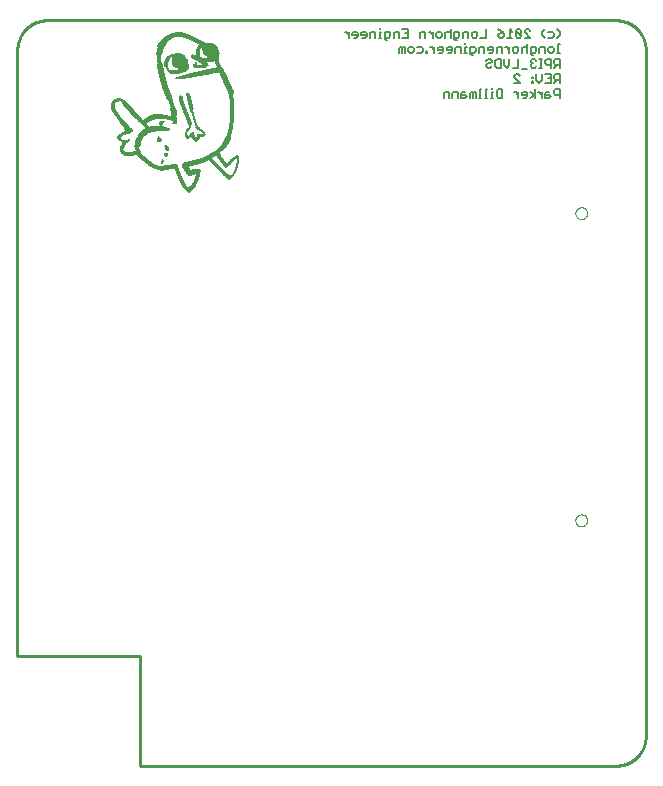
<source format=gbo>
G75*
%MOIN*%
%OFA0B0*%
%FSLAX25Y25*%
%IPPOS*%
%LPD*%
%AMOC8*
5,1,8,0,0,1.08239X$1,22.5*
%
%ADD10C,0.01000*%
%ADD11C,0.00000*%
%ADD12C,0.00500*%
%ADD13R,0.00400X0.00066*%
%ADD14R,0.00670X0.00067*%
%ADD15R,0.00930X0.00067*%
%ADD16R,0.01070X0.00066*%
%ADD17R,0.01330X0.00067*%
%ADD18R,0.01470X0.00067*%
%ADD19R,0.01540X0.00066*%
%ADD20R,0.01660X0.00067*%
%ADD21R,0.01800X0.00067*%
%ADD22R,0.01940X0.00066*%
%ADD23R,0.02060X0.00067*%
%ADD24R,0.02200X0.00067*%
%ADD25R,0.02340X0.00066*%
%ADD26R,0.02400X0.00067*%
%ADD27R,0.02530X0.00067*%
%ADD28R,0.02670X0.00066*%
%ADD29R,0.02800X0.00067*%
%ADD30R,0.02860X0.00067*%
%ADD31R,0.03000X0.00066*%
%ADD32R,0.03070X0.00067*%
%ADD33R,0.03200X0.00067*%
%ADD34R,0.03330X0.00066*%
%ADD35R,0.03400X0.00067*%
%ADD36R,0.03470X0.00067*%
%ADD37R,0.01930X0.00066*%
%ADD38R,0.01670X0.00067*%
%ADD39R,0.01670X0.00066*%
%ADD40R,0.01270X0.00066*%
%ADD41R,0.01270X0.00067*%
%ADD42R,0.01260X0.00067*%
%ADD43R,0.01600X0.00066*%
%ADD44R,0.01200X0.00066*%
%ADD45R,0.01600X0.00067*%
%ADD46R,0.01200X0.00067*%
%ADD47R,0.01130X0.00067*%
%ADD48R,0.01530X0.00066*%
%ADD49R,0.01530X0.00067*%
%ADD50R,0.01130X0.00066*%
%ADD51R,0.01140X0.00067*%
%ADD52R,0.01140X0.00066*%
%ADD53R,0.01540X0.00067*%
%ADD54R,0.01060X0.00067*%
%ADD55R,0.01070X0.00067*%
%ADD56R,0.01060X0.00066*%
%ADD57R,0.00070X0.00067*%
%ADD58R,0.00330X0.00066*%
%ADD59R,0.00540X0.00067*%
%ADD60R,0.00660X0.00067*%
%ADD61R,0.00870X0.00066*%
%ADD62R,0.01340X0.00066*%
%ADD63R,0.01460X0.00067*%
%ADD64R,0.01730X0.00066*%
%ADD65R,0.01870X0.00067*%
%ADD66R,0.02000X0.00067*%
%ADD67R,0.02130X0.00066*%
%ADD68R,0.02270X0.00067*%
%ADD69R,0.02530X0.00066*%
%ADD70R,0.02600X0.00067*%
%ADD71R,0.02740X0.00067*%
%ADD72R,0.02860X0.00066*%
%ADD73R,0.03000X0.00067*%
%ADD74R,0.00600X0.00067*%
%ADD75R,0.00860X0.00067*%
%ADD76R,0.01000X0.00066*%
%ADD77R,0.01470X0.00066*%
%ADD78R,0.01740X0.00067*%
%ADD79R,0.01660X0.00066*%
%ADD80R,0.01740X0.00066*%
%ADD81R,0.00870X0.00067*%
%ADD82R,0.00800X0.00066*%
%ADD83R,0.01460X0.00066*%
%ADD84R,0.02270X0.00066*%
%ADD85R,0.02730X0.00066*%
%ADD86R,0.02930X0.00067*%
%ADD87R,0.00800X0.00067*%
%ADD88R,0.04600X0.00067*%
%ADD89R,0.04600X0.00066*%
%ADD90R,0.04660X0.00067*%
%ADD91R,0.04730X0.00067*%
%ADD92R,0.00860X0.00066*%
%ADD93R,0.04800X0.00066*%
%ADD94R,0.04870X0.00067*%
%ADD95R,0.01400X0.00066*%
%ADD96R,0.04930X0.00066*%
%ADD97R,0.01400X0.00067*%
%ADD98R,0.04930X0.00067*%
%ADD99R,0.05000X0.00067*%
%ADD100R,0.05000X0.00066*%
%ADD101R,0.05070X0.00067*%
%ADD102R,0.05060X0.00067*%
%ADD103R,0.05060X0.00066*%
%ADD104R,0.05130X0.00067*%
%ADD105R,0.00470X0.00067*%
%ADD106R,0.00930X0.00066*%
%ADD107R,0.01800X0.00066*%
%ADD108R,0.02140X0.00067*%
%ADD109R,0.01730X0.00067*%
%ADD110R,0.01260X0.00066*%
%ADD111R,0.03800X0.00067*%
%ADD112R,0.00940X0.00067*%
%ADD113R,0.04200X0.00067*%
%ADD114R,0.04670X0.00066*%
%ADD115R,0.01340X0.00067*%
%ADD116R,0.05460X0.00067*%
%ADD117R,0.01330X0.00066*%
%ADD118R,0.05870X0.00066*%
%ADD119R,0.06340X0.00067*%
%ADD120R,0.08200X0.00067*%
%ADD121R,0.00200X0.00066*%
%ADD122R,0.08330X0.00066*%
%ADD123R,0.00330X0.00067*%
%ADD124R,0.08460X0.00067*%
%ADD125R,0.08540X0.00067*%
%ADD126R,0.00600X0.00066*%
%ADD127R,0.08670X0.00066*%
%ADD128R,0.00730X0.00067*%
%ADD129R,0.08800X0.00067*%
%ADD130R,0.08870X0.00067*%
%ADD131R,0.01870X0.00066*%
%ADD132R,0.08930X0.00066*%
%ADD133R,0.09070X0.00067*%
%ADD134R,0.05200X0.00067*%
%ADD135R,0.03130X0.00067*%
%ADD136R,0.04460X0.00066*%
%ADD137R,0.02800X0.00066*%
%ADD138R,0.04000X0.00067*%
%ADD139R,0.03530X0.00067*%
%ADD140R,0.02540X0.00067*%
%ADD141R,0.03800X0.00066*%
%ADD142R,0.03060X0.00066*%
%ADD143R,0.02400X0.00066*%
%ADD144R,0.01930X0.00067*%
%ADD145R,0.04070X0.00067*%
%ADD146R,0.02070X0.00067*%
%ADD147R,0.04330X0.00067*%
%ADD148R,0.02330X0.00067*%
%ADD149R,0.02200X0.00066*%
%ADD150R,0.02260X0.00067*%
%ADD151R,0.05200X0.00066*%
%ADD152R,0.02140X0.00066*%
%ADD153R,0.02670X0.00067*%
%ADD154R,0.05330X0.00067*%
%ADD155R,0.00060X0.00067*%
%ADD156R,0.02130X0.00067*%
%ADD157R,0.00270X0.00067*%
%ADD158R,0.05600X0.00066*%
%ADD159R,0.00470X0.00066*%
%ADD160R,0.02060X0.00066*%
%ADD161R,0.05730X0.00067*%
%ADD162R,0.05800X0.00067*%
%ADD163R,0.05800X0.00066*%
%ADD164R,0.00660X0.00066*%
%ADD165R,0.02070X0.00066*%
%ADD166R,0.05670X0.00066*%
%ADD167R,0.02000X0.00066*%
%ADD168R,0.05670X0.00067*%
%ADD169R,0.05530X0.00067*%
%ADD170R,0.05470X0.00066*%
%ADD171R,0.05140X0.00067*%
%ADD172R,0.01940X0.00067*%
%ADD173R,0.00740X0.00066*%
%ADD174R,0.00940X0.00066*%
%ADD175R,0.00740X0.00067*%
%ADD176R,0.04860X0.00067*%
%ADD177R,0.04670X0.00067*%
%ADD178R,0.04530X0.00066*%
%ADD179R,0.00730X0.00066*%
%ADD180R,0.04400X0.00067*%
%ADD181R,0.01860X0.00067*%
%ADD182R,0.00670X0.00066*%
%ADD183R,0.04070X0.00066*%
%ADD184R,0.00070X0.00066*%
%ADD185R,0.05340X0.00067*%
%ADD186R,0.04660X0.00066*%
%ADD187R,0.03600X0.00067*%
%ADD188R,0.03340X0.00067*%
%ADD189R,0.03140X0.00066*%
%ADD190R,0.01860X0.00066*%
%ADD191R,0.02940X0.00067*%
%ADD192R,0.02660X0.00067*%
%ADD193R,0.02600X0.00066*%
%ADD194R,0.02540X0.00066*%
%ADD195R,0.04260X0.00067*%
%ADD196R,0.03870X0.00066*%
%ADD197R,0.03260X0.00066*%
%ADD198R,0.03730X0.00067*%
%ADD199R,0.04270X0.00067*%
%ADD200R,0.03400X0.00066*%
%ADD201R,0.06130X0.00066*%
%ADD202R,0.03270X0.00067*%
%ADD203R,0.06140X0.00067*%
%ADD204R,0.06270X0.00067*%
%ADD205R,0.06270X0.00066*%
%ADD206R,0.06330X0.00067*%
%ADD207R,0.02730X0.00067*%
%ADD208R,0.06400X0.00066*%
%ADD209R,0.00400X0.00067*%
%ADD210R,0.06400X0.00067*%
%ADD211R,0.02330X0.00066*%
%ADD212R,0.02340X0.00067*%
%ADD213R,0.01000X0.00067*%
%ADD214R,0.00460X0.00067*%
%ADD215R,0.00130X0.00066*%
%ADD216R,0.03070X0.00066*%
%ADD217R,0.00260X0.00066*%
%ADD218R,0.00130X0.00067*%
%ADD219R,0.00340X0.00066*%
%ADD220R,0.00530X0.00067*%
%ADD221R,0.02460X0.00066*%
%ADD222R,0.00200X0.00067*%
%ADD223R,0.03060X0.00067*%
%ADD224R,0.02470X0.00066*%
%ADD225R,0.02470X0.00067*%
%ADD226R,0.00460X0.00066*%
%ADD227R,0.03200X0.00066*%
%ADD228R,0.00540X0.00066*%
%ADD229R,0.03600X0.00066*%
%ADD230R,0.03870X0.00067*%
%ADD231R,0.04060X0.00067*%
%ADD232R,0.04470X0.00066*%
%ADD233R,0.08400X0.00067*%
%ADD234R,0.02460X0.00067*%
%ADD235R,0.08470X0.00066*%
%ADD236R,0.08470X0.00067*%
%ADD237R,0.08340X0.00066*%
%ADD238R,0.08260X0.00067*%
%ADD239R,0.08000X0.00066*%
%ADD240R,0.07730X0.00067*%
%ADD241R,0.07460X0.00067*%
%ADD242R,0.07200X0.00066*%
%ADD243R,0.07000X0.00067*%
%ADD244R,0.06860X0.00067*%
%ADD245R,0.06730X0.00066*%
%ADD246R,0.06600X0.00067*%
%ADD247R,0.04130X0.00067*%
%ADD248R,0.03270X0.00066*%
%ADD249R,0.03940X0.00066*%
%ADD250R,0.02870X0.00067*%
%ADD251R,0.03470X0.00066*%
%ADD252R,0.03740X0.00067*%
%ADD253R,0.10400X0.00066*%
%ADD254R,0.10340X0.00067*%
%ADD255R,0.10270X0.00067*%
%ADD256R,0.10140X0.00066*%
%ADD257R,0.10070X0.00067*%
%ADD258R,0.09940X0.00067*%
%ADD259R,0.09870X0.00066*%
%ADD260R,0.09740X0.00067*%
%ADD261R,0.09600X0.00067*%
%ADD262R,0.07530X0.00066*%
%ADD263R,0.07200X0.00067*%
%ADD264R,0.06470X0.00066*%
%ADD265R,0.06070X0.00067*%
%ADD266R,0.05600X0.00067*%
%ADD267R,0.05140X0.00066*%
%ADD268R,0.04530X0.00067*%
%ADD269R,0.03930X0.00067*%
%ADD270R,0.03670X0.00066*%
%ADD271R,0.00260X0.00067*%
%ADD272R,0.03330X0.00067*%
%ADD273R,0.03670X0.00067*%
%ADD274R,0.03860X0.00066*%
%ADD275R,0.05260X0.00067*%
%ADD276R,0.05460X0.00066*%
%ADD277R,0.05540X0.00067*%
%ADD278R,0.05730X0.00066*%
%ADD279R,0.05860X0.00067*%
%ADD280R,0.06000X0.00067*%
%ADD281R,0.06140X0.00066*%
%ADD282R,0.06200X0.00067*%
%ADD283R,0.06260X0.00067*%
%ADD284R,0.06540X0.00067*%
%ADD285R,0.06800X0.00067*%
%ADD286R,0.06870X0.00067*%
%ADD287R,0.07000X0.00066*%
%ADD288R,0.03540X0.00066*%
%ADD289R,0.07070X0.00067*%
%ADD290R,0.07130X0.00067*%
%ADD291R,0.07340X0.00067*%
%ADD292R,0.04800X0.00067*%
%ADD293R,0.08930X0.00067*%
%ADD294R,0.08540X0.00066*%
%ADD295R,0.05330X0.00066*%
%ADD296R,0.08270X0.00067*%
%ADD297R,0.07930X0.00067*%
%ADD298R,0.07600X0.00066*%
%ADD299R,0.06000X0.00066*%
%ADD300R,0.07260X0.00067*%
%ADD301R,0.06600X0.00066*%
%ADD302R,0.03740X0.00066*%
%ADD303R,0.03260X0.00067*%
%ADD304R,0.04940X0.00067*%
%ADD305R,0.03460X0.00066*%
%ADD306R,0.03530X0.00066*%
%ADD307R,0.04140X0.00067*%
%ADD308R,0.04340X0.00066*%
%ADD309R,0.03940X0.00067*%
%ADD310R,0.04870X0.00066*%
%ADD311R,0.05260X0.00066*%
%ADD312R,0.05270X0.00067*%
%ADD313R,0.05340X0.00066*%
%ADD314R,0.05400X0.00067*%
%ADD315R,0.05470X0.00067*%
%ADD316R,0.05400X0.00066*%
%ADD317R,0.05530X0.00066*%
%ADD318R,0.03460X0.00067*%
%ADD319R,0.05270X0.00066*%
%ADD320R,0.07330X0.00066*%
%ADD321R,0.07470X0.00067*%
%ADD322R,0.07600X0.00067*%
%ADD323R,0.07800X0.00066*%
%ADD324R,0.08070X0.00067*%
%ADD325R,0.08200X0.00066*%
%ADD326R,0.04740X0.00067*%
%ADD327R,0.04740X0.00066*%
%ADD328R,0.04540X0.00067*%
%ADD329R,0.04200X0.00066*%
%ADD330R,0.04470X0.00067*%
%ADD331R,0.04400X0.00066*%
%ADD332R,0.03660X0.00066*%
%ADD333R,0.02870X0.00066*%
%ADD334R,0.04270X0.00066*%
%ADD335R,0.04060X0.00066*%
%ADD336R,0.02740X0.00066*%
%ADD337R,0.04340X0.00067*%
%ADD338R,0.04730X0.00066*%
%ADD339R,0.05130X0.00066*%
%ADD340R,0.05540X0.00066*%
%ADD341R,0.06130X0.00067*%
%ADD342R,0.06060X0.00066*%
%ADD343R,0.05940X0.00067*%
%ADD344R,0.05070X0.00066*%
%ADD345R,0.02660X0.00066*%
%ADD346R,0.02940X0.00066*%
%ADD347R,0.03130X0.00066*%
%ADD348R,0.08600X0.00067*%
%ADD349R,0.08130X0.00067*%
%ADD350R,0.07870X0.00067*%
%ADD351R,0.07400X0.00067*%
%ADD352R,0.06870X0.00066*%
%ADD353R,0.05740X0.00067*%
D10*
X0001500Y0038000D02*
X0042500Y0038000D01*
X0042500Y0001500D01*
X0201000Y0001500D01*
X0201242Y0001503D01*
X0201483Y0001512D01*
X0201724Y0001526D01*
X0201965Y0001547D01*
X0202205Y0001573D01*
X0202445Y0001605D01*
X0202684Y0001643D01*
X0202921Y0001686D01*
X0203158Y0001736D01*
X0203393Y0001791D01*
X0203627Y0001851D01*
X0203859Y0001918D01*
X0204090Y0001989D01*
X0204319Y0002067D01*
X0204546Y0002150D01*
X0204771Y0002238D01*
X0204994Y0002332D01*
X0205214Y0002431D01*
X0205432Y0002536D01*
X0205647Y0002645D01*
X0205860Y0002760D01*
X0206070Y0002880D01*
X0206276Y0003005D01*
X0206480Y0003135D01*
X0206681Y0003270D01*
X0206878Y0003410D01*
X0207072Y0003554D01*
X0207262Y0003703D01*
X0207448Y0003857D01*
X0207631Y0004015D01*
X0207810Y0004177D01*
X0207985Y0004344D01*
X0208156Y0004515D01*
X0208323Y0004690D01*
X0208485Y0004869D01*
X0208643Y0005052D01*
X0208797Y0005238D01*
X0208946Y0005428D01*
X0209090Y0005622D01*
X0209230Y0005819D01*
X0209365Y0006020D01*
X0209495Y0006224D01*
X0209620Y0006430D01*
X0209740Y0006640D01*
X0209855Y0006853D01*
X0209964Y0007068D01*
X0210069Y0007286D01*
X0210168Y0007506D01*
X0210262Y0007729D01*
X0210350Y0007954D01*
X0210433Y0008181D01*
X0210511Y0008410D01*
X0210582Y0008641D01*
X0210649Y0008873D01*
X0210709Y0009107D01*
X0210764Y0009342D01*
X0210814Y0009579D01*
X0210857Y0009816D01*
X0210895Y0010055D01*
X0210927Y0010295D01*
X0210953Y0010535D01*
X0210974Y0010776D01*
X0210988Y0011017D01*
X0210997Y0011258D01*
X0211000Y0011500D01*
X0211000Y0240000D01*
X0210997Y0240242D01*
X0210988Y0240483D01*
X0210974Y0240724D01*
X0210953Y0240965D01*
X0210927Y0241205D01*
X0210895Y0241445D01*
X0210857Y0241684D01*
X0210814Y0241921D01*
X0210764Y0242158D01*
X0210709Y0242393D01*
X0210649Y0242627D01*
X0210582Y0242859D01*
X0210511Y0243090D01*
X0210433Y0243319D01*
X0210350Y0243546D01*
X0210262Y0243771D01*
X0210168Y0243994D01*
X0210069Y0244214D01*
X0209964Y0244432D01*
X0209855Y0244647D01*
X0209740Y0244860D01*
X0209620Y0245070D01*
X0209495Y0245276D01*
X0209365Y0245480D01*
X0209230Y0245681D01*
X0209090Y0245878D01*
X0208946Y0246072D01*
X0208797Y0246262D01*
X0208643Y0246448D01*
X0208485Y0246631D01*
X0208323Y0246810D01*
X0208156Y0246985D01*
X0207985Y0247156D01*
X0207810Y0247323D01*
X0207631Y0247485D01*
X0207448Y0247643D01*
X0207262Y0247797D01*
X0207072Y0247946D01*
X0206878Y0248090D01*
X0206681Y0248230D01*
X0206480Y0248365D01*
X0206276Y0248495D01*
X0206070Y0248620D01*
X0205860Y0248740D01*
X0205647Y0248855D01*
X0205432Y0248964D01*
X0205214Y0249069D01*
X0204994Y0249168D01*
X0204771Y0249262D01*
X0204546Y0249350D01*
X0204319Y0249433D01*
X0204090Y0249511D01*
X0203859Y0249582D01*
X0203627Y0249649D01*
X0203393Y0249709D01*
X0203158Y0249764D01*
X0202921Y0249814D01*
X0202684Y0249857D01*
X0202445Y0249895D01*
X0202205Y0249927D01*
X0201965Y0249953D01*
X0201724Y0249974D01*
X0201483Y0249988D01*
X0201242Y0249997D01*
X0201000Y0250000D01*
X0011500Y0250000D01*
X0011258Y0249997D01*
X0011017Y0249988D01*
X0010776Y0249974D01*
X0010535Y0249953D01*
X0010295Y0249927D01*
X0010055Y0249895D01*
X0009816Y0249857D01*
X0009579Y0249814D01*
X0009342Y0249764D01*
X0009107Y0249709D01*
X0008873Y0249649D01*
X0008641Y0249582D01*
X0008410Y0249511D01*
X0008181Y0249433D01*
X0007954Y0249350D01*
X0007729Y0249262D01*
X0007506Y0249168D01*
X0007286Y0249069D01*
X0007068Y0248964D01*
X0006853Y0248855D01*
X0006640Y0248740D01*
X0006430Y0248620D01*
X0006224Y0248495D01*
X0006020Y0248365D01*
X0005819Y0248230D01*
X0005622Y0248090D01*
X0005428Y0247946D01*
X0005238Y0247797D01*
X0005052Y0247643D01*
X0004869Y0247485D01*
X0004690Y0247323D01*
X0004515Y0247156D01*
X0004344Y0246985D01*
X0004177Y0246810D01*
X0004015Y0246631D01*
X0003857Y0246448D01*
X0003703Y0246262D01*
X0003554Y0246072D01*
X0003410Y0245878D01*
X0003270Y0245681D01*
X0003135Y0245480D01*
X0003005Y0245276D01*
X0002880Y0245070D01*
X0002760Y0244860D01*
X0002645Y0244647D01*
X0002536Y0244432D01*
X0002431Y0244214D01*
X0002332Y0243994D01*
X0002238Y0243771D01*
X0002150Y0243546D01*
X0002067Y0243319D01*
X0001989Y0243090D01*
X0001918Y0242859D01*
X0001851Y0242627D01*
X0001791Y0242393D01*
X0001736Y0242158D01*
X0001686Y0241921D01*
X0001643Y0241684D01*
X0001605Y0241445D01*
X0001573Y0241205D01*
X0001547Y0240965D01*
X0001526Y0240724D01*
X0001512Y0240483D01*
X0001503Y0240242D01*
X0001500Y0240000D01*
X0001500Y0038000D01*
D11*
X0187531Y0083319D02*
X0187533Y0083407D01*
X0187539Y0083495D01*
X0187549Y0083583D01*
X0187563Y0083671D01*
X0187580Y0083757D01*
X0187602Y0083843D01*
X0187627Y0083927D01*
X0187657Y0084011D01*
X0187689Y0084093D01*
X0187726Y0084173D01*
X0187766Y0084252D01*
X0187810Y0084329D01*
X0187857Y0084404D01*
X0187907Y0084476D01*
X0187961Y0084547D01*
X0188017Y0084614D01*
X0188077Y0084680D01*
X0188139Y0084742D01*
X0188205Y0084802D01*
X0188272Y0084858D01*
X0188343Y0084912D01*
X0188415Y0084962D01*
X0188490Y0085009D01*
X0188567Y0085053D01*
X0188646Y0085093D01*
X0188726Y0085130D01*
X0188808Y0085162D01*
X0188892Y0085192D01*
X0188976Y0085217D01*
X0189062Y0085239D01*
X0189148Y0085256D01*
X0189236Y0085270D01*
X0189324Y0085280D01*
X0189412Y0085286D01*
X0189500Y0085288D01*
X0189588Y0085286D01*
X0189676Y0085280D01*
X0189764Y0085270D01*
X0189852Y0085256D01*
X0189938Y0085239D01*
X0190024Y0085217D01*
X0190108Y0085192D01*
X0190192Y0085162D01*
X0190274Y0085130D01*
X0190354Y0085093D01*
X0190433Y0085053D01*
X0190510Y0085009D01*
X0190585Y0084962D01*
X0190657Y0084912D01*
X0190728Y0084858D01*
X0190795Y0084802D01*
X0190861Y0084742D01*
X0190923Y0084680D01*
X0190983Y0084614D01*
X0191039Y0084547D01*
X0191093Y0084476D01*
X0191143Y0084404D01*
X0191190Y0084329D01*
X0191234Y0084252D01*
X0191274Y0084173D01*
X0191311Y0084093D01*
X0191343Y0084011D01*
X0191373Y0083927D01*
X0191398Y0083843D01*
X0191420Y0083757D01*
X0191437Y0083671D01*
X0191451Y0083583D01*
X0191461Y0083495D01*
X0191467Y0083407D01*
X0191469Y0083319D01*
X0191467Y0083231D01*
X0191461Y0083143D01*
X0191451Y0083055D01*
X0191437Y0082967D01*
X0191420Y0082881D01*
X0191398Y0082795D01*
X0191373Y0082711D01*
X0191343Y0082627D01*
X0191311Y0082545D01*
X0191274Y0082465D01*
X0191234Y0082386D01*
X0191190Y0082309D01*
X0191143Y0082234D01*
X0191093Y0082162D01*
X0191039Y0082091D01*
X0190983Y0082024D01*
X0190923Y0081958D01*
X0190861Y0081896D01*
X0190795Y0081836D01*
X0190728Y0081780D01*
X0190657Y0081726D01*
X0190585Y0081676D01*
X0190510Y0081629D01*
X0190433Y0081585D01*
X0190354Y0081545D01*
X0190274Y0081508D01*
X0190192Y0081476D01*
X0190108Y0081446D01*
X0190024Y0081421D01*
X0189938Y0081399D01*
X0189852Y0081382D01*
X0189764Y0081368D01*
X0189676Y0081358D01*
X0189588Y0081352D01*
X0189500Y0081350D01*
X0189412Y0081352D01*
X0189324Y0081358D01*
X0189236Y0081368D01*
X0189148Y0081382D01*
X0189062Y0081399D01*
X0188976Y0081421D01*
X0188892Y0081446D01*
X0188808Y0081476D01*
X0188726Y0081508D01*
X0188646Y0081545D01*
X0188567Y0081585D01*
X0188490Y0081629D01*
X0188415Y0081676D01*
X0188343Y0081726D01*
X0188272Y0081780D01*
X0188205Y0081836D01*
X0188139Y0081896D01*
X0188077Y0081958D01*
X0188017Y0082024D01*
X0187961Y0082091D01*
X0187907Y0082162D01*
X0187857Y0082234D01*
X0187810Y0082309D01*
X0187766Y0082386D01*
X0187726Y0082465D01*
X0187689Y0082545D01*
X0187657Y0082627D01*
X0187627Y0082711D01*
X0187602Y0082795D01*
X0187580Y0082881D01*
X0187563Y0082967D01*
X0187549Y0083055D01*
X0187539Y0083143D01*
X0187533Y0083231D01*
X0187531Y0083319D01*
X0187531Y0185681D02*
X0187533Y0185769D01*
X0187539Y0185857D01*
X0187549Y0185945D01*
X0187563Y0186033D01*
X0187580Y0186119D01*
X0187602Y0186205D01*
X0187627Y0186289D01*
X0187657Y0186373D01*
X0187689Y0186455D01*
X0187726Y0186535D01*
X0187766Y0186614D01*
X0187810Y0186691D01*
X0187857Y0186766D01*
X0187907Y0186838D01*
X0187961Y0186909D01*
X0188017Y0186976D01*
X0188077Y0187042D01*
X0188139Y0187104D01*
X0188205Y0187164D01*
X0188272Y0187220D01*
X0188343Y0187274D01*
X0188415Y0187324D01*
X0188490Y0187371D01*
X0188567Y0187415D01*
X0188646Y0187455D01*
X0188726Y0187492D01*
X0188808Y0187524D01*
X0188892Y0187554D01*
X0188976Y0187579D01*
X0189062Y0187601D01*
X0189148Y0187618D01*
X0189236Y0187632D01*
X0189324Y0187642D01*
X0189412Y0187648D01*
X0189500Y0187650D01*
X0189588Y0187648D01*
X0189676Y0187642D01*
X0189764Y0187632D01*
X0189852Y0187618D01*
X0189938Y0187601D01*
X0190024Y0187579D01*
X0190108Y0187554D01*
X0190192Y0187524D01*
X0190274Y0187492D01*
X0190354Y0187455D01*
X0190433Y0187415D01*
X0190510Y0187371D01*
X0190585Y0187324D01*
X0190657Y0187274D01*
X0190728Y0187220D01*
X0190795Y0187164D01*
X0190861Y0187104D01*
X0190923Y0187042D01*
X0190983Y0186976D01*
X0191039Y0186909D01*
X0191093Y0186838D01*
X0191143Y0186766D01*
X0191190Y0186691D01*
X0191234Y0186614D01*
X0191274Y0186535D01*
X0191311Y0186455D01*
X0191343Y0186373D01*
X0191373Y0186289D01*
X0191398Y0186205D01*
X0191420Y0186119D01*
X0191437Y0186033D01*
X0191451Y0185945D01*
X0191461Y0185857D01*
X0191467Y0185769D01*
X0191469Y0185681D01*
X0191467Y0185593D01*
X0191461Y0185505D01*
X0191451Y0185417D01*
X0191437Y0185329D01*
X0191420Y0185243D01*
X0191398Y0185157D01*
X0191373Y0185073D01*
X0191343Y0184989D01*
X0191311Y0184907D01*
X0191274Y0184827D01*
X0191234Y0184748D01*
X0191190Y0184671D01*
X0191143Y0184596D01*
X0191093Y0184524D01*
X0191039Y0184453D01*
X0190983Y0184386D01*
X0190923Y0184320D01*
X0190861Y0184258D01*
X0190795Y0184198D01*
X0190728Y0184142D01*
X0190657Y0184088D01*
X0190585Y0184038D01*
X0190510Y0183991D01*
X0190433Y0183947D01*
X0190354Y0183907D01*
X0190274Y0183870D01*
X0190192Y0183838D01*
X0190108Y0183808D01*
X0190024Y0183783D01*
X0189938Y0183761D01*
X0189852Y0183744D01*
X0189764Y0183730D01*
X0189676Y0183720D01*
X0189588Y0183714D01*
X0189500Y0183712D01*
X0189412Y0183714D01*
X0189324Y0183720D01*
X0189236Y0183730D01*
X0189148Y0183744D01*
X0189062Y0183761D01*
X0188976Y0183783D01*
X0188892Y0183808D01*
X0188808Y0183838D01*
X0188726Y0183870D01*
X0188646Y0183907D01*
X0188567Y0183947D01*
X0188490Y0183991D01*
X0188415Y0184038D01*
X0188343Y0184088D01*
X0188272Y0184142D01*
X0188205Y0184198D01*
X0188139Y0184258D01*
X0188077Y0184320D01*
X0188017Y0184386D01*
X0187961Y0184453D01*
X0187907Y0184524D01*
X0187857Y0184596D01*
X0187810Y0184671D01*
X0187766Y0184748D01*
X0187726Y0184827D01*
X0187689Y0184907D01*
X0187657Y0184989D01*
X0187627Y0185073D01*
X0187602Y0185157D01*
X0187580Y0185243D01*
X0187563Y0185329D01*
X0187549Y0185417D01*
X0187539Y0185505D01*
X0187533Y0185593D01*
X0187531Y0185681D01*
D12*
X0182250Y0224250D02*
X0182250Y0226952D01*
X0180899Y0226952D01*
X0180448Y0226502D01*
X0180448Y0225601D01*
X0180899Y0225151D01*
X0182250Y0225151D01*
X0179303Y0224700D02*
X0178853Y0225151D01*
X0177502Y0225151D01*
X0177502Y0225601D02*
X0177502Y0224250D01*
X0178853Y0224250D01*
X0179303Y0224700D01*
X0178853Y0226052D02*
X0177952Y0226052D01*
X0177502Y0225601D01*
X0176357Y0225151D02*
X0175456Y0226052D01*
X0175006Y0226052D01*
X0176357Y0226052D02*
X0176357Y0224250D01*
X0173902Y0224250D02*
X0173902Y0226952D01*
X0172550Y0226052D02*
X0173902Y0225151D01*
X0172550Y0224250D01*
X0171446Y0224700D02*
X0171446Y0225601D01*
X0170996Y0226052D01*
X0170095Y0226052D01*
X0169645Y0225601D01*
X0169645Y0225151D01*
X0171446Y0225151D01*
X0171446Y0224700D02*
X0170996Y0224250D01*
X0170095Y0224250D01*
X0168500Y0224250D02*
X0168500Y0226052D01*
X0168500Y0225151D02*
X0167599Y0226052D01*
X0167148Y0226052D01*
X0167189Y0229250D02*
X0168991Y0229250D01*
X0167189Y0231052D01*
X0167189Y0231502D01*
X0167640Y0231952D01*
X0168540Y0231952D01*
X0168991Y0231502D01*
X0169645Y0233800D02*
X0171446Y0233800D01*
X0172591Y0234700D02*
X0173041Y0234250D01*
X0173942Y0234250D01*
X0174393Y0234700D01*
X0175456Y0234250D02*
X0176357Y0234250D01*
X0175907Y0234250D02*
X0175907Y0236952D01*
X0176357Y0236952D02*
X0175456Y0236952D01*
X0174393Y0236502D02*
X0173942Y0236952D01*
X0173041Y0236952D01*
X0172591Y0236502D01*
X0172591Y0236052D01*
X0173041Y0235601D01*
X0172591Y0235151D01*
X0172591Y0234700D01*
X0173041Y0235601D02*
X0173492Y0235601D01*
X0173492Y0238349D02*
X0173041Y0238349D01*
X0172591Y0238800D01*
X0172591Y0241052D01*
X0173942Y0241052D01*
X0174393Y0240601D01*
X0174393Y0239700D01*
X0173942Y0239250D01*
X0172591Y0239250D01*
X0171446Y0239250D02*
X0171446Y0241952D01*
X0170996Y0241052D02*
X0170095Y0241052D01*
X0169645Y0240601D01*
X0169645Y0239250D01*
X0168500Y0239700D02*
X0168049Y0239250D01*
X0167148Y0239250D01*
X0166698Y0239700D01*
X0166698Y0240601D01*
X0167148Y0241052D01*
X0168049Y0241052D01*
X0168500Y0240601D01*
X0168500Y0239700D01*
X0168500Y0236952D02*
X0168500Y0234250D01*
X0166698Y0234250D01*
X0165553Y0235151D02*
X0165553Y0236952D01*
X0165553Y0235151D02*
X0164652Y0234250D01*
X0163752Y0235151D01*
X0163752Y0236952D01*
X0162607Y0236952D02*
X0162607Y0234250D01*
X0161255Y0234250D01*
X0160805Y0234700D01*
X0160805Y0236502D01*
X0161255Y0236952D01*
X0162607Y0236952D01*
X0163098Y0239250D02*
X0163098Y0241052D01*
X0161746Y0241052D01*
X0161296Y0240601D01*
X0161296Y0239250D01*
X0160151Y0239700D02*
X0160151Y0240601D01*
X0159701Y0241052D01*
X0158800Y0241052D01*
X0158350Y0240601D01*
X0158350Y0240151D01*
X0160151Y0240151D01*
X0160151Y0239700D02*
X0159701Y0239250D01*
X0158800Y0239250D01*
X0157205Y0239250D02*
X0157205Y0241052D01*
X0155853Y0241052D01*
X0155403Y0240601D01*
X0155403Y0239250D01*
X0154258Y0239700D02*
X0153808Y0239250D01*
X0152457Y0239250D01*
X0152457Y0238800D02*
X0152457Y0241052D01*
X0153808Y0241052D01*
X0154258Y0240601D01*
X0154258Y0239700D01*
X0153357Y0238349D02*
X0152907Y0238349D01*
X0152457Y0238800D01*
X0151312Y0239250D02*
X0150411Y0239250D01*
X0150861Y0239250D02*
X0150861Y0241052D01*
X0151312Y0241052D01*
X0150861Y0241952D02*
X0150861Y0242403D01*
X0149347Y0241052D02*
X0147996Y0241052D01*
X0147546Y0240601D01*
X0147546Y0239250D01*
X0146401Y0239700D02*
X0146401Y0240601D01*
X0145950Y0241052D01*
X0145050Y0241052D01*
X0144599Y0240601D01*
X0144599Y0240151D01*
X0146401Y0240151D01*
X0146401Y0239700D02*
X0145950Y0239250D01*
X0145050Y0239250D01*
X0143454Y0239700D02*
X0143454Y0240601D01*
X0143004Y0241052D01*
X0142103Y0241052D01*
X0141653Y0240601D01*
X0141653Y0240151D01*
X0143454Y0240151D01*
X0143454Y0239700D02*
X0143004Y0239250D01*
X0142103Y0239250D01*
X0140508Y0239250D02*
X0140508Y0241052D01*
X0140508Y0240151D02*
X0139607Y0241052D01*
X0139157Y0241052D01*
X0138052Y0239700D02*
X0137602Y0239700D01*
X0137602Y0239250D01*
X0138052Y0239250D01*
X0138052Y0239700D01*
X0136579Y0239700D02*
X0136129Y0239250D01*
X0134777Y0239250D01*
X0133632Y0239700D02*
X0133182Y0239250D01*
X0132281Y0239250D01*
X0131831Y0239700D01*
X0131831Y0240601D01*
X0132281Y0241052D01*
X0133182Y0241052D01*
X0133632Y0240601D01*
X0133632Y0239700D01*
X0134777Y0241052D02*
X0136129Y0241052D01*
X0136579Y0240601D01*
X0136579Y0239700D01*
X0135760Y0244250D02*
X0135760Y0245601D01*
X0136210Y0246052D01*
X0137561Y0246052D01*
X0137561Y0244250D01*
X0138665Y0246052D02*
X0139116Y0246052D01*
X0140017Y0245151D01*
X0140017Y0244250D02*
X0140017Y0246052D01*
X0141162Y0245601D02*
X0141612Y0246052D01*
X0142513Y0246052D01*
X0142963Y0245601D01*
X0142963Y0244700D01*
X0142513Y0244250D01*
X0141612Y0244250D01*
X0141162Y0244700D01*
X0141162Y0245601D01*
X0144108Y0245601D02*
X0144108Y0244250D01*
X0144108Y0245601D02*
X0144558Y0246052D01*
X0145459Y0246052D01*
X0145910Y0245601D01*
X0147055Y0246052D02*
X0147055Y0243800D01*
X0147505Y0243349D01*
X0147955Y0243349D01*
X0148406Y0244250D02*
X0147055Y0244250D01*
X0145910Y0244250D02*
X0145910Y0246952D01*
X0147055Y0246052D02*
X0148406Y0246052D01*
X0148856Y0245601D01*
X0148856Y0244700D01*
X0148406Y0244250D01*
X0150001Y0244250D02*
X0150001Y0245601D01*
X0150452Y0246052D01*
X0151803Y0246052D01*
X0151803Y0244250D01*
X0152948Y0244700D02*
X0152948Y0245601D01*
X0153398Y0246052D01*
X0154299Y0246052D01*
X0154749Y0245601D01*
X0154749Y0244700D01*
X0154299Y0244250D01*
X0153398Y0244250D01*
X0152948Y0244700D01*
X0155894Y0244250D02*
X0157696Y0244250D01*
X0157696Y0246952D01*
X0161787Y0246952D02*
X0162688Y0246502D01*
X0163589Y0245601D01*
X0162238Y0245601D01*
X0161787Y0245151D01*
X0161787Y0244700D01*
X0162238Y0244250D01*
X0163138Y0244250D01*
X0163589Y0244700D01*
X0163589Y0245601D01*
X0164734Y0244250D02*
X0166535Y0244250D01*
X0165634Y0244250D02*
X0165634Y0246952D01*
X0166535Y0246052D01*
X0167680Y0246502D02*
X0167680Y0244700D01*
X0168131Y0244250D01*
X0169031Y0244250D01*
X0169482Y0244700D01*
X0167680Y0246502D01*
X0168131Y0246952D01*
X0169031Y0246952D01*
X0169482Y0246502D01*
X0169482Y0244700D01*
X0170627Y0244250D02*
X0172428Y0244250D01*
X0170627Y0246052D01*
X0170627Y0246502D01*
X0171077Y0246952D01*
X0171978Y0246952D01*
X0172428Y0246502D01*
X0176438Y0246052D02*
X0177339Y0246952D01*
X0176438Y0246052D02*
X0176438Y0245151D01*
X0177339Y0244250D01*
X0178484Y0244250D02*
X0179835Y0244250D01*
X0180286Y0244700D01*
X0180286Y0245601D01*
X0179835Y0246052D01*
X0178484Y0246052D01*
X0181349Y0246952D02*
X0182250Y0246052D01*
X0182250Y0245151D01*
X0181349Y0244250D01*
X0181800Y0241952D02*
X0181800Y0239250D01*
X0182250Y0239250D02*
X0181349Y0239250D01*
X0180286Y0239700D02*
X0179835Y0239250D01*
X0178935Y0239250D01*
X0178484Y0239700D01*
X0178484Y0240601D01*
X0178935Y0241052D01*
X0179835Y0241052D01*
X0180286Y0240601D01*
X0180286Y0239700D01*
X0181800Y0241952D02*
X0182250Y0241952D01*
X0177339Y0241052D02*
X0175988Y0241052D01*
X0175538Y0240601D01*
X0175538Y0239250D01*
X0177339Y0239250D02*
X0177339Y0241052D01*
X0177952Y0236952D02*
X0177502Y0236502D01*
X0177502Y0235601D01*
X0177952Y0235151D01*
X0179303Y0235151D01*
X0179303Y0234250D02*
X0179303Y0236952D01*
X0177952Y0236952D01*
X0180448Y0236502D02*
X0180448Y0235601D01*
X0180899Y0235151D01*
X0182250Y0235151D01*
X0181349Y0235151D02*
X0180448Y0234250D01*
X0182250Y0234250D02*
X0182250Y0236952D01*
X0180899Y0236952D01*
X0180448Y0236502D01*
X0180899Y0231952D02*
X0180448Y0231502D01*
X0180448Y0230601D01*
X0180899Y0230151D01*
X0182250Y0230151D01*
X0181349Y0230151D02*
X0180448Y0229250D01*
X0179303Y0229250D02*
X0177502Y0229250D01*
X0176357Y0230151D02*
X0176357Y0231952D01*
X0177502Y0231952D02*
X0179303Y0231952D01*
X0179303Y0229250D01*
X0179303Y0230601D02*
X0178403Y0230601D01*
X0176357Y0230151D02*
X0175456Y0229250D01*
X0174555Y0230151D01*
X0174555Y0231952D01*
X0173410Y0231052D02*
X0173410Y0230601D01*
X0172960Y0230601D01*
X0172960Y0231052D01*
X0173410Y0231052D01*
X0173410Y0229700D02*
X0173410Y0229250D01*
X0172960Y0229250D01*
X0172960Y0229700D01*
X0173410Y0229700D01*
X0180899Y0231952D02*
X0182250Y0231952D01*
X0182250Y0229250D01*
X0171446Y0240601D02*
X0170996Y0241052D01*
X0165553Y0241052D02*
X0165553Y0239250D01*
X0165553Y0240151D02*
X0164652Y0241052D01*
X0164202Y0241052D01*
X0159660Y0236502D02*
X0159660Y0236052D01*
X0159210Y0235601D01*
X0158309Y0235601D01*
X0157858Y0235151D01*
X0157858Y0234700D01*
X0158309Y0234250D01*
X0159210Y0234250D01*
X0159660Y0234700D01*
X0159660Y0236502D02*
X0159210Y0236952D01*
X0158309Y0236952D01*
X0157858Y0236502D01*
X0149347Y0239250D02*
X0149347Y0241052D01*
X0155772Y0226952D02*
X0155772Y0224250D01*
X0156222Y0224250D02*
X0155322Y0224250D01*
X0154258Y0224250D02*
X0154258Y0226052D01*
X0153808Y0226052D01*
X0153357Y0225601D01*
X0152907Y0226052D01*
X0152457Y0225601D01*
X0152457Y0224250D01*
X0153357Y0224250D02*
X0153357Y0225601D01*
X0151312Y0224700D02*
X0150861Y0225151D01*
X0149510Y0225151D01*
X0149510Y0225601D02*
X0149510Y0224250D01*
X0150861Y0224250D01*
X0151312Y0224700D01*
X0150861Y0226052D02*
X0149960Y0226052D01*
X0149510Y0225601D01*
X0148365Y0226052D02*
X0147014Y0226052D01*
X0146564Y0225601D01*
X0146564Y0224250D01*
X0145419Y0224250D02*
X0145419Y0226052D01*
X0144067Y0226052D01*
X0143617Y0225601D01*
X0143617Y0224250D01*
X0148365Y0224250D02*
X0148365Y0226052D01*
X0155772Y0226952D02*
X0156222Y0226952D01*
X0157736Y0226952D02*
X0157736Y0224250D01*
X0157286Y0224250D02*
X0158187Y0224250D01*
X0159250Y0224250D02*
X0160151Y0224250D01*
X0159701Y0224250D02*
X0159701Y0226052D01*
X0160151Y0226052D01*
X0159701Y0226952D02*
X0159701Y0227403D01*
X0158187Y0226952D02*
X0157736Y0226952D01*
X0161296Y0226502D02*
X0161296Y0224700D01*
X0161747Y0224250D01*
X0163098Y0224250D01*
X0163098Y0226952D01*
X0161747Y0226952D01*
X0161296Y0226502D01*
X0130686Y0239250D02*
X0130686Y0241052D01*
X0130236Y0241052D01*
X0129785Y0240601D01*
X0129335Y0241052D01*
X0128884Y0240601D01*
X0128884Y0239250D01*
X0129785Y0239250D02*
X0129785Y0240601D01*
X0129867Y0244250D02*
X0131668Y0244250D01*
X0131668Y0246952D01*
X0129867Y0246952D01*
X0128722Y0246052D02*
X0127370Y0246052D01*
X0126920Y0245601D01*
X0126920Y0244250D01*
X0125775Y0244700D02*
X0125325Y0244250D01*
X0123974Y0244250D01*
X0123974Y0243800D02*
X0123974Y0246052D01*
X0125325Y0246052D01*
X0125775Y0245601D01*
X0125775Y0244700D01*
X0124874Y0243349D02*
X0124424Y0243349D01*
X0123974Y0243800D01*
X0122829Y0244250D02*
X0121928Y0244250D01*
X0122378Y0244250D02*
X0122378Y0246052D01*
X0122829Y0246052D01*
X0122378Y0246952D02*
X0122378Y0247403D01*
X0120864Y0246052D02*
X0119513Y0246052D01*
X0119063Y0245601D01*
X0119063Y0244250D01*
X0117918Y0244700D02*
X0117918Y0245601D01*
X0117467Y0246052D01*
X0116567Y0246052D01*
X0116116Y0245601D01*
X0116116Y0245151D01*
X0117918Y0245151D01*
X0117918Y0244700D02*
X0117467Y0244250D01*
X0116567Y0244250D01*
X0114971Y0244700D02*
X0114971Y0245601D01*
X0114521Y0246052D01*
X0113620Y0246052D01*
X0113170Y0245601D01*
X0113170Y0245151D01*
X0114971Y0245151D01*
X0114971Y0244700D02*
X0114521Y0244250D01*
X0113620Y0244250D01*
X0112025Y0244250D02*
X0112025Y0246052D01*
X0111124Y0246052D02*
X0110674Y0246052D01*
X0111124Y0246052D02*
X0112025Y0245151D01*
X0120864Y0244250D02*
X0120864Y0246052D01*
X0128722Y0246052D02*
X0128722Y0244250D01*
X0130767Y0245601D02*
X0131668Y0245601D01*
D13*
X0058670Y0192500D03*
X0048670Y0210900D03*
D14*
X0051135Y0207966D03*
X0060935Y0215566D03*
X0060865Y0215766D03*
X0060735Y0216166D03*
X0075135Y0203766D03*
X0075135Y0203634D03*
X0075135Y0203566D03*
X0075135Y0203434D03*
X0075135Y0203366D03*
X0058665Y0192566D03*
X0051735Y0233434D03*
X0051465Y0233834D03*
X0060065Y0238166D03*
X0061135Y0235566D03*
D15*
X0060935Y0235234D03*
X0052065Y0233166D03*
X0051265Y0234366D03*
X0056065Y0224434D03*
X0059735Y0219834D03*
X0059865Y0219434D03*
X0059865Y0219366D03*
X0059865Y0219234D03*
X0059935Y0219166D03*
X0059935Y0219034D03*
X0060065Y0218566D03*
X0059135Y0214966D03*
X0059135Y0214834D03*
X0058935Y0213966D03*
X0058865Y0213834D03*
X0058335Y0213166D03*
X0058065Y0212834D03*
X0057935Y0212634D03*
X0057735Y0212166D03*
X0059865Y0212166D03*
X0061465Y0214234D03*
X0062535Y0213234D03*
X0051535Y0206634D03*
X0051265Y0205366D03*
X0049935Y0202766D03*
X0058665Y0192634D03*
X0073265Y0198166D03*
X0073335Y0198234D03*
X0074465Y0200434D03*
X0048535Y0218434D03*
D16*
X0059065Y0215300D03*
X0059535Y0220700D03*
X0059465Y0220900D03*
X0058465Y0225100D03*
X0060865Y0235100D03*
X0061665Y0238100D03*
X0061665Y0238300D03*
X0061665Y0239300D03*
X0061735Y0239500D03*
X0062335Y0240900D03*
X0051135Y0234700D03*
X0034065Y0219300D03*
X0033935Y0219500D03*
X0033735Y0219900D03*
X0035735Y0210100D03*
X0036935Y0208300D03*
X0036665Y0207900D03*
X0036465Y0207500D03*
X0036535Y0206300D03*
X0055265Y0198700D03*
X0055665Y0197700D03*
X0055735Y0197500D03*
X0055865Y0197300D03*
X0055935Y0197100D03*
X0056265Y0196300D03*
X0056465Y0195900D03*
X0056665Y0195500D03*
X0058665Y0192700D03*
X0059135Y0198100D03*
X0072135Y0202100D03*
X0074735Y0204500D03*
D17*
X0074665Y0204366D03*
X0070135Y0202566D03*
X0070065Y0202634D03*
X0061335Y0200166D03*
X0057465Y0194234D03*
X0057535Y0194166D03*
X0058665Y0192766D03*
X0051065Y0204966D03*
X0051065Y0205034D03*
X0051265Y0207566D03*
X0058535Y0210766D03*
X0060465Y0210566D03*
X0061135Y0209766D03*
X0061865Y0213634D03*
X0058735Y0216366D03*
X0058665Y0216566D03*
X0058535Y0216834D03*
X0058535Y0216966D03*
X0058465Y0217034D03*
X0058335Y0217366D03*
X0058335Y0217434D03*
X0058265Y0217566D03*
X0058135Y0217834D03*
X0058065Y0217966D03*
X0058065Y0218034D03*
X0057935Y0218366D03*
X0057865Y0218434D03*
X0057735Y0218766D03*
X0057735Y0218834D03*
X0057665Y0218966D03*
X0057535Y0219234D03*
X0057465Y0219366D03*
X0057465Y0219434D03*
X0057335Y0219766D03*
X0057265Y0219834D03*
X0057265Y0219966D03*
X0058735Y0223966D03*
X0058665Y0224234D03*
X0053935Y0216034D03*
X0053935Y0215966D03*
X0053935Y0215834D03*
X0053935Y0215766D03*
X0053935Y0215634D03*
X0053935Y0215566D03*
X0044535Y0214566D03*
X0044065Y0214966D03*
X0043865Y0215166D03*
X0035535Y0217234D03*
X0035535Y0211166D03*
X0035465Y0211034D03*
X0035465Y0210966D03*
X0051135Y0235366D03*
X0051135Y0235434D03*
X0060265Y0237966D03*
X0068265Y0235434D03*
X0068265Y0235366D03*
X0068335Y0235234D03*
X0072935Y0216034D03*
X0072935Y0215966D03*
X0072935Y0215834D03*
X0072935Y0215766D03*
X0072935Y0215634D03*
X0072865Y0215566D03*
X0072865Y0215434D03*
X0072865Y0215366D03*
X0072865Y0215234D03*
X0072865Y0215166D03*
D18*
X0072535Y0213234D03*
X0072465Y0213034D03*
X0072465Y0212966D03*
X0072335Y0212434D03*
X0072265Y0212234D03*
X0072135Y0211834D03*
X0072135Y0211766D03*
X0072065Y0211634D03*
X0072065Y0211566D03*
X0068935Y0204166D03*
X0069065Y0203966D03*
X0069335Y0203634D03*
X0069465Y0203434D03*
X0070465Y0202166D03*
X0070065Y0199234D03*
X0070135Y0199166D03*
X0070265Y0199034D03*
X0070335Y0198966D03*
X0061735Y0198434D03*
X0061735Y0198366D03*
X0061665Y0198034D03*
X0058665Y0192834D03*
X0051335Y0207234D03*
X0058535Y0210834D03*
X0061135Y0209834D03*
X0062265Y0211034D03*
X0053935Y0216234D03*
X0049665Y0215766D03*
X0049465Y0215366D03*
X0043735Y0215366D03*
X0036865Y0222766D03*
X0033535Y0222234D03*
X0033535Y0222166D03*
X0033465Y0222034D03*
X0035735Y0216966D03*
X0035865Y0216834D03*
X0036065Y0211634D03*
X0035935Y0211566D03*
X0048865Y0236234D03*
X0051135Y0235766D03*
X0051135Y0235634D03*
X0051135Y0235566D03*
X0051935Y0237366D03*
X0052135Y0237566D03*
X0056065Y0223634D03*
X0056065Y0223566D03*
X0056135Y0223366D03*
X0056665Y0221634D03*
X0056735Y0221434D03*
X0056735Y0221366D03*
X0056865Y0221034D03*
X0056935Y0220834D03*
X0068535Y0234766D03*
X0068535Y0234834D03*
X0072865Y0224366D03*
X0072865Y0224234D03*
X0072865Y0224166D03*
X0072865Y0224034D03*
X0072865Y0223966D03*
X0072935Y0223834D03*
X0072935Y0223766D03*
X0072935Y0223634D03*
X0072935Y0223566D03*
X0072935Y0223434D03*
X0072935Y0223366D03*
D19*
X0068700Y0204500D03*
X0060300Y0194900D03*
X0058700Y0192900D03*
X0057700Y0194100D03*
X0049500Y0215500D03*
X0056700Y0221500D03*
X0056500Y0222100D03*
X0056300Y0222700D03*
X0051300Y0236300D03*
X0051900Y0237300D03*
X0048900Y0236100D03*
X0048900Y0235900D03*
X0048900Y0235700D03*
X0036700Y0222900D03*
X0037100Y0222500D03*
X0036900Y0205900D03*
D20*
X0041500Y0207366D03*
X0041500Y0207434D03*
X0041500Y0207566D03*
X0041500Y0207634D03*
X0036500Y0216034D03*
X0041700Y0217366D03*
X0041900Y0217166D03*
X0037300Y0222234D03*
X0049100Y0234434D03*
X0049100Y0234566D03*
X0049100Y0234634D03*
X0048900Y0239034D03*
X0055300Y0230366D03*
X0052100Y0224234D03*
X0052100Y0224166D03*
X0053300Y0220766D03*
X0053500Y0220166D03*
X0053500Y0220034D03*
X0070100Y0231766D03*
X0069900Y0232166D03*
X0069900Y0232234D03*
X0069700Y0232566D03*
X0070500Y0230834D03*
X0070700Y0230434D03*
X0070700Y0230366D03*
X0070900Y0229966D03*
X0071700Y0210434D03*
X0071700Y0210366D03*
X0057900Y0200366D03*
X0059900Y0194366D03*
X0058700Y0192966D03*
D21*
X0058700Y0193034D03*
X0059700Y0194166D03*
X0057500Y0201034D03*
X0059700Y0211366D03*
X0071370Y0209566D03*
X0071430Y0209766D03*
X0071500Y0209834D03*
X0071570Y0210034D03*
X0071300Y0198166D03*
X0072700Y0225966D03*
X0072630Y0226034D03*
X0072570Y0226166D03*
X0072570Y0226234D03*
X0072500Y0226366D03*
X0072500Y0226434D03*
X0072430Y0226566D03*
X0072370Y0226634D03*
X0072300Y0226834D03*
X0072230Y0226966D03*
X0072170Y0227166D03*
X0072100Y0227234D03*
X0072030Y0227434D03*
X0071970Y0227566D03*
X0071770Y0228034D03*
X0071700Y0228166D03*
X0071430Y0228766D03*
X0068830Y0233966D03*
X0051630Y0225366D03*
X0051700Y0225166D03*
X0051770Y0225034D03*
X0051770Y0224966D03*
X0051830Y0224834D03*
X0049430Y0232766D03*
X0049430Y0232834D03*
X0049370Y0233034D03*
X0049370Y0233166D03*
X0049370Y0233234D03*
X0049300Y0233366D03*
X0049300Y0233434D03*
X0049230Y0233766D03*
X0048970Y0239366D03*
X0048970Y0239434D03*
X0037630Y0221834D03*
X0037700Y0221766D03*
X0037830Y0221634D03*
X0034030Y0222766D03*
X0036830Y0215634D03*
X0036900Y0215566D03*
X0041030Y0218034D03*
X0041100Y0217966D03*
X0041230Y0217834D03*
X0041300Y0217766D03*
X0041430Y0217634D03*
X0037430Y0209234D03*
X0037030Y0205834D03*
X0041570Y0208234D03*
X0041570Y0208366D03*
X0041570Y0208434D03*
X0043100Y0204166D03*
X0043230Y0204034D03*
X0043300Y0203966D03*
D22*
X0041700Y0209100D03*
X0037100Y0215300D03*
X0039700Y0219500D03*
X0039500Y0219700D03*
X0039300Y0219900D03*
X0038100Y0221300D03*
X0049700Y0231700D03*
X0051500Y0225700D03*
X0053700Y0216500D03*
X0061100Y0210100D03*
X0070900Y0208700D03*
X0071100Y0209100D03*
X0058700Y0193100D03*
X0064100Y0235100D03*
D23*
X0064100Y0235034D03*
X0063900Y0235566D03*
X0051100Y0226766D03*
X0050900Y0227234D03*
X0050900Y0227366D03*
X0050700Y0227966D03*
X0050500Y0228566D03*
X0050500Y0228634D03*
X0050300Y0229234D03*
X0050300Y0229366D03*
X0050100Y0229966D03*
X0050100Y0230034D03*
X0049900Y0230766D03*
X0049100Y0240034D03*
X0043700Y0215634D03*
X0042300Y0210566D03*
X0042100Y0210234D03*
X0042100Y0210166D03*
X0037700Y0214566D03*
X0045500Y0202234D03*
X0059300Y0198434D03*
X0058700Y0193166D03*
X0069500Y0207034D03*
X0069700Y0207234D03*
X0061100Y0210166D03*
X0061100Y0210234D03*
D24*
X0062700Y0211366D03*
X0068170Y0205966D03*
X0068430Y0206166D03*
X0068500Y0206234D03*
X0068700Y0206366D03*
X0058700Y0193234D03*
X0046100Y0201834D03*
X0041370Y0206034D03*
X0042430Y0210766D03*
X0042570Y0210966D03*
X0042630Y0211034D03*
X0037370Y0209366D03*
X0038030Y0214166D03*
X0037970Y0214234D03*
X0049230Y0240434D03*
X0063700Y0235766D03*
D25*
X0058700Y0193300D03*
D26*
X0058730Y0193366D03*
X0059330Y0198566D03*
X0061130Y0199966D03*
X0067670Y0205566D03*
X0067730Y0205634D03*
X0071270Y0201834D03*
X0072130Y0197634D03*
X0061070Y0210434D03*
X0062800Y0211566D03*
X0062870Y0211634D03*
X0062870Y0211766D03*
X0062930Y0211834D03*
X0048530Y0218366D03*
X0043730Y0215766D03*
X0043130Y0211634D03*
X0043070Y0211566D03*
X0038870Y0212966D03*
X0038670Y0212834D03*
X0038530Y0212766D03*
X0038330Y0212634D03*
X0038200Y0212566D03*
X0038000Y0212434D03*
X0037870Y0212366D03*
X0037600Y0212234D03*
X0037470Y0212166D03*
X0038670Y0213366D03*
X0038600Y0213434D03*
X0038530Y0213566D03*
X0038470Y0213634D03*
X0037330Y0209434D03*
X0046530Y0201566D03*
X0057270Y0233766D03*
X0049400Y0240966D03*
X0049400Y0241034D03*
D27*
X0049535Y0241366D03*
X0050865Y0243234D03*
X0051065Y0243366D03*
X0051135Y0243434D03*
X0051265Y0243566D03*
X0044865Y0216434D03*
X0043465Y0211966D03*
X0043335Y0211834D03*
X0041265Y0205966D03*
X0057735Y0201234D03*
X0058735Y0193434D03*
D28*
X0058735Y0193500D03*
X0065465Y0204300D03*
X0062735Y0242300D03*
X0061535Y0242900D03*
X0050535Y0242900D03*
X0050335Y0242700D03*
D29*
X0050070Y0242366D03*
X0060400Y0243434D03*
X0060530Y0243366D03*
X0060930Y0237834D03*
X0060930Y0237766D03*
X0053270Y0216766D03*
X0045070Y0216566D03*
X0043800Y0212234D03*
X0035400Y0223366D03*
X0049800Y0200034D03*
X0058730Y0193566D03*
X0065200Y0204166D03*
X0065330Y0204234D03*
X0067530Y0205366D03*
D30*
X0058700Y0193634D03*
X0060100Y0243566D03*
D31*
X0059370Y0243900D03*
X0061100Y0237500D03*
X0055830Y0230500D03*
X0045300Y0216700D03*
X0035370Y0223300D03*
X0058700Y0193700D03*
X0067500Y0205300D03*
D32*
X0072065Y0198034D03*
X0058735Y0193766D03*
X0059135Y0211166D03*
X0053135Y0216834D03*
X0044135Y0212434D03*
X0061135Y0237434D03*
X0059065Y0244034D03*
X0068335Y0233766D03*
D33*
X0058000Y0201366D03*
X0058730Y0193834D03*
X0041000Y0205834D03*
D34*
X0049865Y0200100D03*
X0058735Y0193900D03*
D35*
X0058700Y0193966D03*
X0035370Y0223166D03*
X0061500Y0237234D03*
D36*
X0043865Y0216166D03*
X0044535Y0212634D03*
X0058735Y0194034D03*
D37*
X0059565Y0194100D03*
X0071435Y0198100D03*
X0051435Y0225900D03*
X0049765Y0231300D03*
X0049635Y0231900D03*
X0049565Y0232100D03*
X0049035Y0239700D03*
X0038435Y0220900D03*
X0038635Y0220700D03*
X0038765Y0220500D03*
X0038965Y0220300D03*
X0040035Y0219100D03*
X0040235Y0218900D03*
X0041765Y0209300D03*
X0044365Y0203100D03*
X0044635Y0202900D03*
D38*
X0042635Y0204566D03*
X0042565Y0204634D03*
X0036365Y0216166D03*
X0041835Y0217234D03*
X0042035Y0217034D03*
X0037365Y0222166D03*
X0049165Y0234166D03*
X0049165Y0234234D03*
X0049035Y0234834D03*
X0049035Y0234966D03*
X0048835Y0238566D03*
X0048835Y0238634D03*
X0048835Y0238766D03*
X0052035Y0224366D03*
X0052165Y0224034D03*
X0052235Y0223834D03*
X0052435Y0223366D03*
X0053365Y0220566D03*
X0053435Y0220366D03*
X0053435Y0220234D03*
X0053565Y0219834D03*
X0053565Y0219766D03*
X0053635Y0219566D03*
X0053835Y0218434D03*
X0053835Y0218366D03*
X0053835Y0218234D03*
X0053835Y0218166D03*
X0058565Y0210966D03*
X0057635Y0200766D03*
X0057765Y0200566D03*
X0058035Y0200166D03*
X0059965Y0194434D03*
X0059765Y0194234D03*
X0071035Y0198366D03*
X0071235Y0201434D03*
X0071635Y0210234D03*
X0071765Y0210566D03*
X0071765Y0210634D03*
X0072765Y0225366D03*
X0072765Y0225434D03*
X0072765Y0225566D03*
X0072765Y0225634D03*
X0071165Y0229366D03*
X0070765Y0230234D03*
X0070635Y0230566D03*
X0070435Y0230966D03*
X0070435Y0231034D03*
X0070365Y0231166D03*
X0070235Y0231434D03*
X0070165Y0231566D03*
X0070165Y0231634D03*
X0070035Y0231834D03*
X0069965Y0231966D03*
X0069965Y0232034D03*
X0069835Y0232366D03*
X0069765Y0232434D03*
D39*
X0069835Y0232300D03*
X0070035Y0231900D03*
X0070235Y0231500D03*
X0070365Y0231100D03*
X0070565Y0230700D03*
X0070835Y0230100D03*
X0072765Y0225500D03*
X0072765Y0225300D03*
X0053565Y0219900D03*
X0053435Y0220300D03*
X0053365Y0220500D03*
X0053835Y0218500D03*
X0053835Y0218300D03*
X0053835Y0218100D03*
X0052235Y0223900D03*
X0052165Y0224100D03*
X0049165Y0234100D03*
X0049035Y0234900D03*
X0048835Y0238500D03*
X0048835Y0238700D03*
X0037435Y0222100D03*
X0041765Y0217300D03*
X0041965Y0217100D03*
X0036435Y0216100D03*
X0059835Y0194300D03*
D40*
X0057435Y0194300D03*
X0054635Y0200300D03*
X0059835Y0211900D03*
X0061835Y0213700D03*
X0058835Y0216100D03*
X0058765Y0216300D03*
X0057435Y0219500D03*
X0059035Y0222700D03*
X0058965Y0222900D03*
X0058835Y0223500D03*
X0058765Y0223700D03*
X0058765Y0223900D03*
X0058635Y0224500D03*
X0058565Y0224700D03*
X0058565Y0224900D03*
X0056035Y0224100D03*
X0044835Y0214300D03*
X0044365Y0214700D03*
X0044165Y0214900D03*
X0035165Y0217700D03*
X0033365Y0221100D03*
X0033365Y0221300D03*
X0033365Y0221500D03*
X0035435Y0210900D03*
X0035435Y0210700D03*
X0067035Y0202300D03*
X0067235Y0202100D03*
X0067435Y0201900D03*
X0067635Y0201700D03*
X0067965Y0201300D03*
X0068165Y0201100D03*
X0068365Y0200900D03*
X0068565Y0200700D03*
X0068765Y0200500D03*
X0068965Y0200300D03*
X0072965Y0216300D03*
X0072965Y0216500D03*
X0072965Y0216700D03*
X0072965Y0216900D03*
X0073035Y0217100D03*
X0073035Y0217300D03*
X0073035Y0217500D03*
X0073035Y0217700D03*
X0073035Y0217900D03*
X0073035Y0218100D03*
X0073035Y0218300D03*
X0073035Y0218500D03*
X0073035Y0219900D03*
X0073035Y0220100D03*
X0073035Y0220300D03*
X0073035Y0220500D03*
X0073035Y0220700D03*
X0073035Y0220900D03*
X0073035Y0221100D03*
X0073035Y0221300D03*
X0073035Y0221500D03*
X0068235Y0235500D03*
X0068165Y0235700D03*
X0068035Y0236100D03*
D41*
X0068035Y0236034D03*
X0068035Y0235966D03*
X0067965Y0236166D03*
X0067965Y0236234D03*
X0068165Y0235634D03*
X0060835Y0234966D03*
X0052365Y0233034D03*
X0058565Y0224834D03*
X0058565Y0224766D03*
X0058565Y0224634D03*
X0058635Y0224566D03*
X0058635Y0224434D03*
X0058635Y0224366D03*
X0058765Y0223834D03*
X0058765Y0223766D03*
X0058835Y0223634D03*
X0058835Y0223566D03*
X0058835Y0223434D03*
X0058965Y0223034D03*
X0058965Y0222966D03*
X0057365Y0219634D03*
X0057565Y0219166D03*
X0057635Y0219034D03*
X0058635Y0216634D03*
X0058765Y0216234D03*
X0058835Y0216166D03*
X0058835Y0216034D03*
X0061765Y0213766D03*
X0062165Y0213434D03*
X0060365Y0210634D03*
X0066165Y0203234D03*
X0066235Y0203166D03*
X0066965Y0202366D03*
X0067165Y0202166D03*
X0067365Y0201966D03*
X0067565Y0201766D03*
X0067835Y0201434D03*
X0068035Y0201234D03*
X0068235Y0201034D03*
X0068435Y0200834D03*
X0068635Y0200634D03*
X0068835Y0200434D03*
X0071235Y0201234D03*
X0072965Y0216166D03*
X0072965Y0216234D03*
X0072965Y0216366D03*
X0072965Y0216434D03*
X0072965Y0216566D03*
X0072965Y0216634D03*
X0072965Y0216766D03*
X0072965Y0216834D03*
X0072965Y0216966D03*
X0073035Y0217034D03*
X0073035Y0217166D03*
X0073035Y0217234D03*
X0073035Y0217366D03*
X0073035Y0217434D03*
X0073035Y0217566D03*
X0073035Y0217634D03*
X0073035Y0217766D03*
X0073035Y0217834D03*
X0073035Y0217966D03*
X0073035Y0218034D03*
X0073035Y0218166D03*
X0073035Y0218234D03*
X0073035Y0218366D03*
X0073035Y0218434D03*
X0073035Y0218566D03*
X0073035Y0218634D03*
X0073035Y0219966D03*
X0073035Y0220034D03*
X0073035Y0220166D03*
X0073035Y0220234D03*
X0073035Y0220366D03*
X0073035Y0220434D03*
X0073035Y0220566D03*
X0073035Y0220634D03*
X0073035Y0220766D03*
X0073035Y0220834D03*
X0073035Y0220966D03*
X0073035Y0221034D03*
X0073035Y0221166D03*
X0073035Y0221234D03*
X0073035Y0221366D03*
X0073035Y0221434D03*
X0073035Y0221566D03*
X0073035Y0221634D03*
X0054565Y0200434D03*
X0054635Y0200234D03*
X0054765Y0199966D03*
X0059165Y0198166D03*
X0057365Y0194366D03*
X0051035Y0204766D03*
X0051235Y0207634D03*
X0049835Y0216034D03*
X0044765Y0214366D03*
X0044435Y0214634D03*
X0044235Y0214834D03*
X0035435Y0217366D03*
X0035365Y0217434D03*
X0035235Y0217634D03*
X0033365Y0221166D03*
X0033365Y0221234D03*
X0033365Y0221366D03*
X0033365Y0221434D03*
X0033365Y0221566D03*
X0035435Y0210834D03*
X0035435Y0210766D03*
X0035435Y0210634D03*
D42*
X0036700Y0206034D03*
X0044300Y0214766D03*
X0044700Y0214434D03*
X0048900Y0210234D03*
X0048900Y0210166D03*
X0048900Y0209634D03*
X0054700Y0200166D03*
X0057300Y0194434D03*
X0066900Y0202434D03*
X0067100Y0202234D03*
X0067300Y0202034D03*
X0067500Y0201834D03*
X0067900Y0201366D03*
X0068100Y0201166D03*
X0068300Y0200966D03*
X0068500Y0200766D03*
X0068700Y0200566D03*
X0068900Y0200366D03*
X0074700Y0204434D03*
X0058700Y0216434D03*
X0058900Y0223166D03*
X0058900Y0223234D03*
X0058700Y0224034D03*
X0058700Y0224166D03*
X0051100Y0235166D03*
X0051100Y0235234D03*
X0068100Y0235766D03*
X0068100Y0235834D03*
X0035300Y0217566D03*
D43*
X0036130Y0216500D03*
X0036270Y0216300D03*
X0042130Y0216900D03*
X0042330Y0216700D03*
X0042530Y0216500D03*
X0037270Y0222300D03*
X0033730Y0222500D03*
X0041530Y0207100D03*
X0041600Y0206700D03*
X0041600Y0206300D03*
X0042330Y0204900D03*
X0049670Y0199900D03*
X0060000Y0194500D03*
X0060670Y0195500D03*
X0060870Y0195900D03*
X0061000Y0196100D03*
X0061070Y0196300D03*
X0061130Y0196500D03*
X0061270Y0196700D03*
X0061330Y0196900D03*
X0061400Y0197100D03*
X0061470Y0197300D03*
X0061530Y0197500D03*
X0068530Y0204700D03*
X0071800Y0210700D03*
X0071870Y0210900D03*
X0071930Y0211100D03*
X0061130Y0209900D03*
X0059730Y0211500D03*
X0053870Y0217700D03*
X0053870Y0217900D03*
X0053330Y0220700D03*
X0053270Y0220900D03*
X0053200Y0221100D03*
X0053130Y0221300D03*
X0053070Y0221500D03*
X0053000Y0221700D03*
X0052930Y0221900D03*
X0052870Y0222100D03*
X0052800Y0222300D03*
X0052730Y0222500D03*
X0052670Y0222700D03*
X0052600Y0222900D03*
X0052530Y0223100D03*
X0052470Y0223300D03*
X0052400Y0223500D03*
X0049070Y0234700D03*
X0049000Y0235100D03*
X0049000Y0235300D03*
X0048930Y0235500D03*
X0048800Y0237900D03*
X0048800Y0238100D03*
X0048800Y0238300D03*
X0051470Y0236700D03*
X0051400Y0236500D03*
X0051600Y0236900D03*
X0051730Y0237100D03*
X0068870Y0234100D03*
X0072800Y0225100D03*
X0072800Y0224900D03*
X0070870Y0198500D03*
D44*
X0067800Y0201500D03*
X0066870Y0202500D03*
X0066670Y0202700D03*
X0066470Y0202900D03*
X0072670Y0202700D03*
X0072870Y0202900D03*
X0073070Y0203100D03*
X0073470Y0203500D03*
X0061130Y0209700D03*
X0060330Y0210700D03*
X0060200Y0210900D03*
X0058530Y0210700D03*
X0058930Y0215700D03*
X0059270Y0221700D03*
X0059130Y0222300D03*
X0059070Y0222500D03*
X0058930Y0223100D03*
X0049400Y0215100D03*
X0048870Y0210300D03*
X0051400Y0206900D03*
X0051000Y0204700D03*
X0054800Y0199900D03*
X0054870Y0199700D03*
X0054930Y0199500D03*
X0057130Y0194700D03*
X0057270Y0194500D03*
X0036670Y0206100D03*
X0036000Y0209900D03*
X0035470Y0210500D03*
X0035000Y0217900D03*
X0033470Y0220700D03*
X0033400Y0220900D03*
X0051130Y0234900D03*
X0073070Y0219700D03*
X0073070Y0219500D03*
X0073070Y0219300D03*
X0073070Y0219100D03*
X0073070Y0218900D03*
X0073070Y0218700D03*
D45*
X0072800Y0224966D03*
X0072800Y0225034D03*
X0072800Y0225166D03*
X0072800Y0225234D03*
X0068870Y0234034D03*
X0068800Y0234166D03*
X0068800Y0234234D03*
X0056270Y0222834D03*
X0056330Y0222634D03*
X0053130Y0221366D03*
X0053130Y0221234D03*
X0053200Y0221166D03*
X0053200Y0221034D03*
X0053270Y0220966D03*
X0053270Y0220834D03*
X0053330Y0220634D03*
X0053400Y0220434D03*
X0053070Y0221566D03*
X0053000Y0221766D03*
X0052930Y0221966D03*
X0052870Y0222166D03*
X0052800Y0222366D03*
X0052730Y0222566D03*
X0052670Y0222766D03*
X0052600Y0222966D03*
X0052530Y0223034D03*
X0052530Y0223166D03*
X0052470Y0223234D03*
X0052400Y0223434D03*
X0052330Y0223566D03*
X0052330Y0223634D03*
X0052270Y0223766D03*
X0052200Y0223966D03*
X0053870Y0218034D03*
X0053870Y0217966D03*
X0053870Y0217834D03*
X0053870Y0217766D03*
X0053870Y0216366D03*
X0042600Y0216434D03*
X0042470Y0216566D03*
X0042400Y0216634D03*
X0042270Y0216766D03*
X0042200Y0216834D03*
X0042070Y0216966D03*
X0036330Y0216234D03*
X0036200Y0216366D03*
X0036200Y0216434D03*
X0036070Y0216566D03*
X0037200Y0222366D03*
X0037130Y0222434D03*
X0033870Y0222634D03*
X0033800Y0222566D03*
X0037470Y0209166D03*
X0041530Y0207234D03*
X0041530Y0207166D03*
X0041530Y0207034D03*
X0041530Y0206966D03*
X0041600Y0206766D03*
X0041600Y0206634D03*
X0042400Y0204834D03*
X0042470Y0204766D03*
X0060070Y0194566D03*
X0060130Y0194634D03*
X0060270Y0194834D03*
X0060400Y0195034D03*
X0060600Y0195366D03*
X0060730Y0195634D03*
X0060800Y0195766D03*
X0060870Y0195834D03*
X0060930Y0195966D03*
X0060930Y0196034D03*
X0061000Y0196166D03*
X0061070Y0196234D03*
X0061070Y0196366D03*
X0061130Y0196434D03*
X0061200Y0196566D03*
X0061200Y0196634D03*
X0061270Y0196766D03*
X0061270Y0196834D03*
X0061330Y0196966D03*
X0061330Y0197034D03*
X0061400Y0197166D03*
X0061470Y0197366D03*
X0061530Y0197566D03*
X0068730Y0204434D03*
X0068600Y0204634D03*
X0071800Y0210766D03*
X0071870Y0210834D03*
X0071870Y0210966D03*
X0074600Y0204234D03*
X0070800Y0198566D03*
X0070930Y0198434D03*
X0049070Y0234766D03*
X0049000Y0235034D03*
X0049000Y0235166D03*
X0049000Y0235234D03*
X0048930Y0235566D03*
X0048930Y0235634D03*
X0048800Y0237834D03*
X0048800Y0237966D03*
X0048800Y0238034D03*
X0048800Y0238166D03*
X0048800Y0238234D03*
X0048800Y0238366D03*
X0048800Y0238434D03*
X0051530Y0236834D03*
X0051530Y0236766D03*
X0051470Y0236634D03*
X0051400Y0236566D03*
X0051330Y0236434D03*
X0051330Y0236366D03*
X0051270Y0236234D03*
X0051270Y0236166D03*
X0051670Y0237034D03*
D46*
X0051130Y0235034D03*
X0051130Y0234966D03*
X0056000Y0224166D03*
X0058530Y0224966D03*
X0058870Y0223366D03*
X0059000Y0222834D03*
X0059000Y0222766D03*
X0059070Y0222634D03*
X0059070Y0222566D03*
X0059070Y0222434D03*
X0059130Y0222366D03*
X0059130Y0222234D03*
X0059130Y0222166D03*
X0059200Y0222034D03*
X0059200Y0221966D03*
X0058870Y0215966D03*
X0058930Y0215834D03*
X0058930Y0215766D03*
X0059000Y0215566D03*
X0061730Y0213834D03*
X0060130Y0210966D03*
X0060200Y0210834D03*
X0060270Y0210766D03*
X0053870Y0215434D03*
X0051130Y0205166D03*
X0054730Y0200034D03*
X0054800Y0199834D03*
X0054870Y0199766D03*
X0054870Y0199634D03*
X0054930Y0199566D03*
X0055000Y0199434D03*
X0055000Y0199366D03*
X0055070Y0199234D03*
X0055130Y0199034D03*
X0057070Y0194766D03*
X0057200Y0194566D03*
X0066330Y0203034D03*
X0066400Y0202966D03*
X0066530Y0202834D03*
X0066600Y0202766D03*
X0066730Y0202634D03*
X0066800Y0202566D03*
X0067670Y0201634D03*
X0067730Y0201566D03*
X0072200Y0197034D03*
X0072530Y0202566D03*
X0072600Y0202634D03*
X0072730Y0202766D03*
X0072800Y0202834D03*
X0072930Y0202966D03*
X0073000Y0203034D03*
X0073530Y0203566D03*
X0073600Y0203634D03*
X0073800Y0203766D03*
X0073870Y0203834D03*
X0073070Y0218766D03*
X0073070Y0218834D03*
X0073070Y0218966D03*
X0073070Y0219034D03*
X0073070Y0219166D03*
X0073070Y0219234D03*
X0073070Y0219366D03*
X0073070Y0219434D03*
X0073070Y0219566D03*
X0073070Y0219634D03*
X0073070Y0219766D03*
X0073070Y0219834D03*
X0037530Y0209034D03*
X0035470Y0210566D03*
X0036600Y0206166D03*
X0035130Y0217766D03*
X0035070Y0217834D03*
X0033530Y0220366D03*
X0033530Y0220434D03*
X0033470Y0220566D03*
X0033470Y0220634D03*
X0033400Y0220766D03*
X0033400Y0220834D03*
X0033400Y0220966D03*
X0033400Y0221034D03*
D47*
X0033565Y0220234D03*
X0033635Y0220166D03*
X0033765Y0219834D03*
X0033965Y0219434D03*
X0034635Y0218434D03*
X0034765Y0218234D03*
X0034835Y0218166D03*
X0034965Y0217966D03*
X0037165Y0208566D03*
X0037035Y0208434D03*
X0036965Y0208366D03*
X0036835Y0208166D03*
X0036765Y0208034D03*
X0036635Y0207834D03*
X0036565Y0206234D03*
X0048835Y0209566D03*
X0048835Y0210366D03*
X0051435Y0206834D03*
X0051165Y0205234D03*
X0055165Y0198966D03*
X0055235Y0198834D03*
X0055235Y0198766D03*
X0055365Y0198434D03*
X0055565Y0197966D03*
X0056435Y0195966D03*
X0056635Y0195566D03*
X0056835Y0195166D03*
X0056965Y0194966D03*
X0057035Y0194834D03*
X0057165Y0194634D03*
X0071235Y0201166D03*
X0072235Y0202234D03*
X0072365Y0202366D03*
X0072435Y0202434D03*
X0073165Y0203234D03*
X0073365Y0203434D03*
X0061635Y0213966D03*
X0059835Y0211966D03*
X0059035Y0215366D03*
X0059035Y0215434D03*
X0058965Y0215634D03*
X0059435Y0221034D03*
X0059365Y0221366D03*
X0059235Y0221766D03*
X0059235Y0221834D03*
X0056035Y0224234D03*
X0049435Y0215034D03*
X0051165Y0234834D03*
X0060165Y0238034D03*
X0060835Y0235034D03*
X0062365Y0240966D03*
D48*
X0068765Y0234300D03*
X0072835Y0224700D03*
X0072835Y0224500D03*
X0072035Y0211500D03*
X0071965Y0211300D03*
X0068835Y0204300D03*
X0068965Y0204100D03*
X0070635Y0198700D03*
X0061635Y0197900D03*
X0061565Y0197700D03*
X0060765Y0195700D03*
X0060565Y0195300D03*
X0060435Y0195100D03*
X0060165Y0194700D03*
X0058565Y0210900D03*
X0056635Y0221700D03*
X0056565Y0221900D03*
X0056435Y0222300D03*
X0056365Y0222500D03*
X0056235Y0222900D03*
X0056165Y0223100D03*
X0051235Y0236100D03*
X0048835Y0236300D03*
X0048835Y0236500D03*
X0048835Y0236700D03*
X0048835Y0236900D03*
X0048765Y0237700D03*
X0035965Y0216700D03*
X0036165Y0211700D03*
X0041565Y0206900D03*
X0041635Y0206500D03*
D49*
X0041635Y0206566D03*
X0041635Y0206434D03*
X0041635Y0206366D03*
X0041565Y0206834D03*
X0042235Y0205034D03*
X0049565Y0215634D03*
X0053035Y0221634D03*
X0052965Y0221834D03*
X0052835Y0222234D03*
X0052765Y0222434D03*
X0052635Y0222834D03*
X0056165Y0223166D03*
X0056165Y0223234D03*
X0056235Y0223034D03*
X0056235Y0222966D03*
X0056365Y0222566D03*
X0056365Y0222434D03*
X0056435Y0222366D03*
X0056435Y0222234D03*
X0056565Y0221966D03*
X0056635Y0221766D03*
X0054035Y0232034D03*
X0051235Y0236034D03*
X0051635Y0236966D03*
X0051765Y0237166D03*
X0051835Y0237234D03*
X0048965Y0235434D03*
X0048965Y0235366D03*
X0048835Y0236366D03*
X0048835Y0236434D03*
X0048835Y0236566D03*
X0048835Y0236634D03*
X0048835Y0236766D03*
X0048835Y0236834D03*
X0048835Y0236966D03*
X0048835Y0237034D03*
X0048765Y0237766D03*
X0036965Y0222634D03*
X0037035Y0222566D03*
X0035435Y0223634D03*
X0033635Y0222366D03*
X0036035Y0216634D03*
X0059165Y0198234D03*
X0061565Y0197766D03*
X0061635Y0197834D03*
X0061635Y0197966D03*
X0061565Y0197634D03*
X0061435Y0197234D03*
X0060635Y0195434D03*
X0060365Y0194966D03*
X0060235Y0194766D03*
X0069165Y0203834D03*
X0069035Y0204034D03*
X0068765Y0204366D03*
X0068635Y0204566D03*
X0071235Y0201366D03*
X0070565Y0198766D03*
X0072165Y0197234D03*
X0071965Y0211166D03*
X0071965Y0211234D03*
X0072035Y0211434D03*
X0059765Y0211566D03*
X0059765Y0211634D03*
X0072835Y0224434D03*
X0072835Y0224566D03*
X0072835Y0224634D03*
X0072835Y0224766D03*
X0072835Y0224834D03*
X0068635Y0234566D03*
D50*
X0059165Y0222100D03*
X0059235Y0221900D03*
X0059365Y0221300D03*
X0056035Y0224300D03*
X0059035Y0215500D03*
X0051235Y0207700D03*
X0055035Y0199300D03*
X0055165Y0198900D03*
X0055365Y0198500D03*
X0055435Y0198300D03*
X0056565Y0195700D03*
X0056765Y0195300D03*
X0056965Y0194900D03*
X0073235Y0203300D03*
X0036765Y0208100D03*
X0036565Y0207700D03*
X0035565Y0210300D03*
X0034835Y0218100D03*
X0034565Y0218500D03*
X0034435Y0218700D03*
X0033835Y0219700D03*
X0033635Y0220100D03*
X0033565Y0220300D03*
D51*
X0033700Y0220034D03*
X0033700Y0219966D03*
X0033900Y0219566D03*
X0034100Y0219234D03*
X0034900Y0218034D03*
X0035500Y0210434D03*
X0035500Y0210366D03*
X0035900Y0209966D03*
X0036900Y0208234D03*
X0036700Y0207966D03*
X0038300Y0209834D03*
X0055100Y0199166D03*
X0055300Y0198634D03*
X0055300Y0198566D03*
X0055700Y0197634D03*
X0056500Y0195834D03*
X0056700Y0195434D03*
X0056900Y0195034D03*
X0058500Y0210634D03*
X0062100Y0210966D03*
X0062300Y0213366D03*
X0059300Y0221566D03*
X0059300Y0221634D03*
X0058500Y0225034D03*
X0061700Y0237966D03*
X0055100Y0238766D03*
X0073300Y0203366D03*
X0073100Y0203166D03*
D52*
X0073700Y0203700D03*
X0072500Y0202500D03*
X0072300Y0202300D03*
X0061700Y0213900D03*
X0059300Y0221500D03*
X0049900Y0216100D03*
X0037100Y0208500D03*
X0034700Y0218300D03*
X0034300Y0218900D03*
X0033500Y0220500D03*
X0055100Y0199100D03*
X0055500Y0198100D03*
X0056100Y0196700D03*
X0056900Y0195100D03*
D53*
X0060500Y0195166D03*
X0060500Y0195234D03*
X0060700Y0195566D03*
X0061500Y0197434D03*
X0061700Y0198166D03*
X0061700Y0198234D03*
X0068900Y0204234D03*
X0070500Y0198834D03*
X0070700Y0198634D03*
X0071900Y0211034D03*
X0056700Y0221566D03*
X0056500Y0222034D03*
X0056500Y0222166D03*
X0056300Y0222766D03*
X0056100Y0223434D03*
X0052700Y0222634D03*
X0052900Y0222034D03*
X0053100Y0221434D03*
X0049500Y0215566D03*
X0049500Y0215434D03*
X0043700Y0215434D03*
X0035900Y0216766D03*
X0033700Y0222434D03*
X0042300Y0204966D03*
X0048900Y0235766D03*
X0048900Y0235834D03*
X0048900Y0235966D03*
X0048900Y0236034D03*
X0048900Y0236166D03*
X0068700Y0234434D03*
X0068700Y0234366D03*
D54*
X0061800Y0239766D03*
X0061600Y0238834D03*
X0061600Y0238766D03*
X0061600Y0238634D03*
X0061600Y0238566D03*
X0061600Y0238434D03*
X0059400Y0221234D03*
X0059400Y0221166D03*
X0059600Y0220434D03*
X0059600Y0220366D03*
X0061600Y0214034D03*
X0061800Y0210566D03*
X0053800Y0215366D03*
X0050000Y0216166D03*
X0048800Y0210434D03*
X0051200Y0207766D03*
X0051000Y0204634D03*
X0055400Y0198366D03*
X0055600Y0197834D03*
X0055800Y0197434D03*
X0055800Y0197366D03*
X0056000Y0196966D03*
X0056200Y0196434D03*
X0056400Y0196034D03*
X0056600Y0195634D03*
X0056800Y0195234D03*
X0072200Y0196966D03*
X0072200Y0202166D03*
X0037200Y0208634D03*
X0036600Y0207766D03*
X0035800Y0210034D03*
X0035600Y0210234D03*
X0034400Y0218766D03*
X0034200Y0219034D03*
X0034000Y0219366D03*
X0033800Y0219766D03*
D55*
X0033865Y0219634D03*
X0034135Y0219166D03*
X0034265Y0218966D03*
X0034335Y0218834D03*
X0034465Y0218634D03*
X0034535Y0218566D03*
X0034665Y0218366D03*
X0035665Y0210166D03*
X0037535Y0208966D03*
X0036535Y0207634D03*
X0036535Y0207566D03*
X0036465Y0207434D03*
X0036465Y0207366D03*
X0036465Y0206434D03*
X0051465Y0206766D03*
X0059065Y0215234D03*
X0059865Y0212034D03*
X0059535Y0220566D03*
X0059535Y0220634D03*
X0059535Y0220766D03*
X0059465Y0220834D03*
X0059465Y0220966D03*
X0059335Y0221434D03*
X0051135Y0234766D03*
X0061665Y0238034D03*
X0061665Y0238166D03*
X0061665Y0238234D03*
X0061665Y0238366D03*
X0061665Y0239166D03*
X0061665Y0239234D03*
X0061735Y0239566D03*
X0061865Y0239966D03*
X0062265Y0240834D03*
X0072065Y0202034D03*
X0056735Y0195366D03*
X0056535Y0195766D03*
X0056335Y0196166D03*
X0056335Y0196234D03*
X0056265Y0196366D03*
X0056135Y0196566D03*
X0056135Y0196634D03*
X0056065Y0196766D03*
X0056065Y0196834D03*
X0055935Y0197034D03*
X0055865Y0197166D03*
X0055865Y0197234D03*
X0055735Y0197566D03*
X0055665Y0197766D03*
X0055535Y0198034D03*
X0055465Y0198166D03*
X0055465Y0198234D03*
D56*
X0055600Y0197900D03*
X0056000Y0196900D03*
X0056200Y0196500D03*
X0056400Y0196100D03*
X0051200Y0205300D03*
X0059400Y0221100D03*
X0061600Y0238500D03*
X0061600Y0238700D03*
X0062000Y0240300D03*
X0062200Y0240700D03*
X0034200Y0219100D03*
X0036400Y0207100D03*
D57*
X0072165Y0196634D03*
D58*
X0072165Y0196700D03*
X0061235Y0235700D03*
D59*
X0063800Y0212234D03*
X0072200Y0196766D03*
D60*
X0072200Y0196834D03*
X0063000Y0212966D03*
X0061000Y0215366D03*
X0060800Y0215966D03*
X0051800Y0233366D03*
X0051600Y0233634D03*
D61*
X0058365Y0225300D03*
X0060035Y0218700D03*
X0060165Y0218300D03*
X0059165Y0214700D03*
X0059165Y0214500D03*
X0059035Y0214100D03*
X0057965Y0212700D03*
X0057765Y0212300D03*
X0057835Y0211500D03*
X0057965Y0211300D03*
X0061435Y0214300D03*
X0049435Y0214900D03*
X0060965Y0235300D03*
X0074835Y0201700D03*
X0074765Y0201500D03*
X0074635Y0200900D03*
X0074565Y0200700D03*
X0074435Y0200300D03*
X0074365Y0200100D03*
X0074165Y0199700D03*
X0073765Y0198900D03*
X0073365Y0198300D03*
X0072165Y0196900D03*
D62*
X0072200Y0197100D03*
X0072800Y0214700D03*
X0073000Y0221700D03*
X0073000Y0221900D03*
X0073000Y0222100D03*
X0073000Y0222300D03*
X0073000Y0222500D03*
X0068400Y0235100D03*
X0057200Y0220100D03*
X0057600Y0219100D03*
X0057800Y0218700D03*
X0058200Y0217700D03*
X0058600Y0216700D03*
X0044600Y0214500D03*
X0033400Y0221700D03*
D63*
X0036800Y0222834D03*
X0048800Y0237166D03*
X0048800Y0237234D03*
X0048800Y0237366D03*
X0048800Y0237434D03*
X0048800Y0237566D03*
X0048800Y0237634D03*
X0051200Y0235966D03*
X0051200Y0235834D03*
X0052000Y0237434D03*
X0052200Y0237634D03*
X0056600Y0221834D03*
X0056800Y0221234D03*
X0056800Y0221166D03*
X0068600Y0234634D03*
X0072600Y0213566D03*
X0072400Y0212766D03*
X0072200Y0212034D03*
X0072200Y0211966D03*
X0072000Y0211366D03*
X0069200Y0203766D03*
X0069600Y0203234D03*
X0070600Y0202034D03*
X0072200Y0197166D03*
X0061800Y0198566D03*
X0061800Y0198634D03*
X0061800Y0198766D03*
D64*
X0061265Y0200100D03*
X0058065Y0200100D03*
X0057935Y0200300D03*
X0057665Y0200700D03*
X0057535Y0200900D03*
X0072135Y0197300D03*
X0071665Y0210300D03*
X0072735Y0225700D03*
X0072265Y0226900D03*
X0071735Y0228100D03*
X0071665Y0228300D03*
X0071535Y0228500D03*
X0071465Y0228700D03*
X0071265Y0229100D03*
X0071135Y0229500D03*
X0070935Y0229900D03*
X0070735Y0230300D03*
X0070665Y0230500D03*
X0070465Y0230900D03*
X0069735Y0232500D03*
X0053665Y0219500D03*
X0053665Y0219300D03*
X0053735Y0219100D03*
X0052065Y0224300D03*
X0049265Y0233700D03*
X0049135Y0234300D03*
X0048865Y0238900D03*
X0048935Y0239100D03*
X0048935Y0239300D03*
X0033935Y0222700D03*
X0041535Y0217500D03*
X0043665Y0215500D03*
X0041535Y0208100D03*
X0041535Y0207900D03*
X0041535Y0207700D03*
X0042735Y0204500D03*
X0042935Y0204300D03*
D65*
X0043465Y0203834D03*
X0043535Y0203766D03*
X0043735Y0203634D03*
X0041535Y0206166D03*
X0038735Y0204766D03*
X0041665Y0208966D03*
X0041665Y0209034D03*
X0037065Y0215366D03*
X0040465Y0218634D03*
X0040535Y0218566D03*
X0040665Y0218434D03*
X0040735Y0218366D03*
X0040865Y0218234D03*
X0040935Y0218166D03*
X0039935Y0219234D03*
X0038135Y0221234D03*
X0038065Y0221366D03*
X0037865Y0221566D03*
X0034135Y0222834D03*
X0049535Y0232366D03*
X0049535Y0232434D03*
X0049465Y0232566D03*
X0049465Y0232634D03*
X0051535Y0225634D03*
X0051665Y0225234D03*
X0062535Y0211166D03*
X0061135Y0210034D03*
X0071065Y0209034D03*
X0071135Y0209166D03*
X0071265Y0209366D03*
X0071265Y0209434D03*
X0074465Y0204034D03*
X0072135Y0197366D03*
X0059265Y0198366D03*
D66*
X0062600Y0211234D03*
X0069870Y0207434D03*
X0070000Y0207566D03*
X0070070Y0207634D03*
X0070200Y0207766D03*
X0070270Y0207834D03*
X0070330Y0207966D03*
X0070400Y0208034D03*
X0070670Y0208366D03*
X0072130Y0197434D03*
X0051400Y0225966D03*
X0051330Y0226166D03*
X0051270Y0226234D03*
X0051270Y0226366D03*
X0051200Y0226434D03*
X0051130Y0226634D03*
X0051070Y0226834D03*
X0051000Y0227034D03*
X0050000Y0230366D03*
X0050000Y0230434D03*
X0049930Y0230566D03*
X0049930Y0230634D03*
X0049870Y0230834D03*
X0049870Y0230966D03*
X0049800Y0231166D03*
X0049800Y0231234D03*
X0049730Y0231434D03*
X0049070Y0239966D03*
X0064000Y0235434D03*
X0042000Y0209966D03*
X0041930Y0209834D03*
X0041930Y0209766D03*
X0041870Y0209634D03*
X0037530Y0214766D03*
X0037470Y0214834D03*
X0037400Y0214966D03*
X0037330Y0215034D03*
X0039270Y0219966D03*
X0039200Y0220034D03*
X0038730Y0220566D03*
X0038670Y0220634D03*
X0044800Y0202766D03*
X0045070Y0202566D03*
X0045330Y0202366D03*
D67*
X0042265Y0210500D03*
X0037735Y0214500D03*
X0050535Y0228500D03*
X0050465Y0228700D03*
X0062665Y0211300D03*
X0068865Y0206500D03*
X0069135Y0206700D03*
X0069335Y0206900D03*
X0072135Y0197500D03*
D68*
X0072135Y0197566D03*
X0071265Y0201766D03*
X0068265Y0206034D03*
X0062735Y0211434D03*
X0049735Y0199966D03*
X0042735Y0211166D03*
X0042865Y0211366D03*
X0038135Y0214034D03*
X0057265Y0233634D03*
X0049265Y0240566D03*
X0049265Y0240634D03*
X0049335Y0240766D03*
D69*
X0049535Y0241300D03*
X0050735Y0243100D03*
X0050935Y0243300D03*
X0051465Y0243700D03*
X0057065Y0233500D03*
X0071265Y0201900D03*
X0072135Y0197700D03*
D70*
X0072100Y0197766D03*
X0066100Y0204634D03*
X0065970Y0204566D03*
X0059370Y0198634D03*
X0046970Y0201366D03*
X0043570Y0212034D03*
X0043770Y0215834D03*
X0049630Y0241566D03*
X0049700Y0241634D03*
X0050630Y0243034D03*
X0051570Y0243766D03*
X0051700Y0243834D03*
X0061830Y0242766D03*
X0062100Y0242634D03*
X0062230Y0242566D03*
D71*
X0054900Y0238566D03*
X0050300Y0242634D03*
X0050100Y0242434D03*
X0043700Y0212166D03*
X0037300Y0209566D03*
X0072100Y0197834D03*
D72*
X0072100Y0197900D03*
X0065100Y0204100D03*
X0057900Y0201300D03*
X0043900Y0212300D03*
D73*
X0044030Y0212366D03*
X0061030Y0237566D03*
X0059500Y0243834D03*
X0072100Y0197966D03*
D74*
X0059100Y0197966D03*
X0049770Y0202166D03*
X0049770Y0202234D03*
X0050030Y0203166D03*
X0048700Y0210766D03*
X0049430Y0214834D03*
X0056100Y0224566D03*
X0058300Y0225434D03*
X0063170Y0212834D03*
X0063770Y0212166D03*
X0038700Y0209966D03*
D75*
X0049900Y0202634D03*
X0059100Y0198034D03*
X0057900Y0211366D03*
X0057700Y0211766D03*
X0057700Y0211834D03*
X0057700Y0211966D03*
X0057700Y0212034D03*
X0057900Y0212566D03*
X0059900Y0212234D03*
X0059100Y0214234D03*
X0060100Y0218366D03*
X0060100Y0218434D03*
X0063700Y0211966D03*
X0074300Y0200034D03*
X0074300Y0199966D03*
X0074100Y0199566D03*
X0073700Y0198766D03*
X0073500Y0198434D03*
X0074500Y0200566D03*
X0074500Y0200634D03*
X0074700Y0201166D03*
X0074700Y0201234D03*
X0074900Y0201966D03*
X0051300Y0234166D03*
X0051300Y0234234D03*
D76*
X0052170Y0233100D03*
X0061630Y0238900D03*
X0061630Y0239100D03*
X0061770Y0239700D03*
X0061830Y0239900D03*
X0061900Y0240100D03*
X0062100Y0240500D03*
X0059570Y0220500D03*
X0059630Y0220300D03*
X0059700Y0220100D03*
X0059700Y0219900D03*
X0059770Y0219700D03*
X0059830Y0219500D03*
X0059100Y0215100D03*
X0058900Y0213900D03*
X0058770Y0213700D03*
X0058430Y0213300D03*
X0061570Y0214100D03*
X0062430Y0213300D03*
X0063630Y0211900D03*
X0062030Y0210900D03*
X0061900Y0210700D03*
X0054030Y0201700D03*
X0051500Y0206700D03*
X0048770Y0209500D03*
X0048770Y0210500D03*
X0037500Y0208900D03*
X0037300Y0208700D03*
X0036430Y0207300D03*
X0036370Y0206900D03*
X0036430Y0206700D03*
X0036430Y0206500D03*
X0035430Y0223700D03*
X0071230Y0201100D03*
X0073170Y0198100D03*
D77*
X0070535Y0202100D03*
X0069265Y0203700D03*
X0069135Y0203900D03*
X0072135Y0211700D03*
X0072265Y0212300D03*
X0072335Y0212500D03*
X0072535Y0213300D03*
X0072665Y0213900D03*
X0072935Y0223300D03*
X0072935Y0223500D03*
X0072935Y0223700D03*
X0072865Y0223900D03*
X0072865Y0224100D03*
X0072865Y0224300D03*
X0068665Y0234500D03*
X0056065Y0223700D03*
X0056065Y0223500D03*
X0056135Y0223300D03*
X0056865Y0221100D03*
X0056935Y0220900D03*
X0053935Y0216300D03*
X0051335Y0207300D03*
X0061735Y0198300D03*
X0061665Y0198100D03*
X0036935Y0222700D03*
X0051135Y0235700D03*
X0052065Y0237500D03*
D78*
X0049200Y0234034D03*
X0049200Y0233966D03*
X0049200Y0233834D03*
X0052000Y0224434D03*
X0053600Y0219634D03*
X0053800Y0218834D03*
X0053800Y0218766D03*
X0053800Y0218634D03*
X0053800Y0218566D03*
X0053800Y0216434D03*
X0042800Y0204434D03*
X0043000Y0204234D03*
X0041600Y0206234D03*
X0041600Y0217434D03*
X0057600Y0200834D03*
X0058000Y0200234D03*
X0058200Y0199966D03*
X0071200Y0198234D03*
X0071600Y0210166D03*
X0072200Y0227034D03*
X0071800Y0227966D03*
X0071600Y0228366D03*
X0071600Y0228434D03*
X0071400Y0228834D03*
X0071200Y0229234D03*
X0071000Y0229766D03*
X0070800Y0230166D03*
X0070600Y0230634D03*
D79*
X0070300Y0231300D03*
X0070100Y0231700D03*
X0069900Y0232100D03*
X0053500Y0220100D03*
X0052300Y0223700D03*
X0049100Y0234500D03*
X0071700Y0210500D03*
X0071100Y0198300D03*
X0042500Y0204700D03*
X0041500Y0207300D03*
X0041500Y0207500D03*
D80*
X0036600Y0215900D03*
X0037600Y0221900D03*
X0049200Y0233900D03*
X0052000Y0224500D03*
X0053600Y0219700D03*
X0053800Y0218900D03*
X0053800Y0218700D03*
X0062400Y0211100D03*
X0071600Y0210100D03*
X0057800Y0200500D03*
X0059200Y0198300D03*
X0072000Y0227500D03*
X0071400Y0228900D03*
X0071200Y0229300D03*
X0071000Y0229700D03*
D81*
X0059965Y0218966D03*
X0060035Y0218766D03*
X0060035Y0218634D03*
X0060165Y0218234D03*
X0060165Y0218166D03*
X0060235Y0217966D03*
X0059165Y0214766D03*
X0059165Y0214634D03*
X0059165Y0214566D03*
X0059035Y0214166D03*
X0058165Y0212966D03*
X0058035Y0212766D03*
X0057835Y0212434D03*
X0057765Y0212234D03*
X0057765Y0211634D03*
X0058035Y0211234D03*
X0061365Y0214366D03*
X0061365Y0214434D03*
X0062635Y0213166D03*
X0051035Y0204566D03*
X0050035Y0202966D03*
X0049965Y0202834D03*
X0048765Y0210566D03*
X0048765Y0210634D03*
X0050035Y0216234D03*
X0071235Y0201034D03*
X0074035Y0199434D03*
X0074035Y0199366D03*
X0073965Y0199234D03*
X0073835Y0199034D03*
X0073835Y0198966D03*
X0073635Y0198634D03*
X0073565Y0198566D03*
X0073435Y0198366D03*
X0074165Y0199634D03*
X0074235Y0199766D03*
X0074235Y0199834D03*
X0074365Y0200166D03*
X0074435Y0200366D03*
X0074565Y0200766D03*
X0074565Y0200834D03*
X0074635Y0200966D03*
X0074635Y0201034D03*
X0074765Y0201434D03*
D82*
X0074730Y0201300D03*
X0074670Y0201100D03*
X0074870Y0201900D03*
X0074930Y0202100D03*
X0075000Y0202300D03*
X0075000Y0202500D03*
X0075070Y0202700D03*
X0074000Y0199300D03*
X0073670Y0198700D03*
X0073530Y0198500D03*
X0061330Y0214500D03*
X0059130Y0214300D03*
X0060530Y0216900D03*
X0060470Y0217100D03*
X0060400Y0217300D03*
X0060330Y0217500D03*
X0060330Y0217700D03*
X0060270Y0217900D03*
X0060200Y0218100D03*
X0056070Y0224500D03*
X0051870Y0233300D03*
X0051330Y0234100D03*
X0048730Y0210700D03*
X0051130Y0207900D03*
X0049870Y0202500D03*
X0038530Y0209900D03*
D83*
X0035800Y0216900D03*
X0033600Y0222300D03*
X0048800Y0237100D03*
X0048800Y0237300D03*
X0048800Y0237500D03*
X0051200Y0235900D03*
X0056800Y0221300D03*
X0057000Y0220700D03*
X0049600Y0215700D03*
X0059800Y0211700D03*
X0069400Y0203500D03*
X0070200Y0199100D03*
X0070400Y0198900D03*
X0074600Y0204300D03*
X0072200Y0212100D03*
X0072400Y0212700D03*
X0061800Y0198700D03*
X0061800Y0198500D03*
X0068600Y0234700D03*
D84*
X0068665Y0233900D03*
X0057335Y0233700D03*
X0049335Y0240700D03*
X0043735Y0215700D03*
X0042665Y0211100D03*
X0038065Y0214100D03*
X0036865Y0211900D03*
X0046335Y0201700D03*
X0059335Y0198500D03*
X0068065Y0205900D03*
D85*
X0061035Y0199900D03*
X0059435Y0198700D03*
X0043635Y0212100D03*
X0043765Y0215900D03*
X0050035Y0242300D03*
X0050165Y0242500D03*
D86*
X0059665Y0243766D03*
X0037265Y0209634D03*
X0059465Y0198766D03*
X0064935Y0204034D03*
D87*
X0061130Y0209566D03*
X0057870Y0211434D03*
X0057800Y0211566D03*
X0059130Y0214366D03*
X0059130Y0214434D03*
X0061200Y0214766D03*
X0061270Y0214634D03*
X0061270Y0214566D03*
X0060470Y0217166D03*
X0060400Y0217366D03*
X0060400Y0217434D03*
X0060330Y0217566D03*
X0060330Y0217634D03*
X0060270Y0217766D03*
X0060270Y0217834D03*
X0060200Y0218034D03*
X0051330Y0205434D03*
X0050000Y0203034D03*
X0049870Y0202566D03*
X0073730Y0198834D03*
X0073930Y0199166D03*
X0074730Y0201366D03*
X0074800Y0201566D03*
X0074800Y0201634D03*
X0074870Y0201766D03*
X0074870Y0201834D03*
X0074930Y0202034D03*
X0074930Y0202166D03*
X0074930Y0202234D03*
X0075000Y0202366D03*
X0075000Y0202434D03*
X0075000Y0202566D03*
X0075070Y0202766D03*
X0075070Y0202834D03*
X0051930Y0233234D03*
X0061000Y0235366D03*
X0061070Y0235434D03*
D88*
X0062500Y0234366D03*
X0066500Y0238234D03*
X0064370Y0241966D03*
X0064230Y0242034D03*
X0055370Y0245366D03*
X0055500Y0237234D03*
X0055500Y0237166D03*
X0060230Y0198834D03*
D89*
X0060230Y0198900D03*
X0058700Y0201700D03*
X0067770Y0233500D03*
D90*
X0056400Y0234234D03*
X0060200Y0198966D03*
D91*
X0060235Y0199034D03*
D92*
X0058500Y0210500D03*
X0057700Y0211700D03*
X0057700Y0211900D03*
X0057700Y0212100D03*
X0060100Y0218500D03*
X0049900Y0202700D03*
X0073900Y0199100D03*
X0074100Y0199500D03*
X0074500Y0200500D03*
D93*
X0060200Y0199100D03*
X0054670Y0238100D03*
D94*
X0055565Y0236834D03*
X0058035Y0231034D03*
X0066365Y0238434D03*
X0058835Y0201766D03*
X0060165Y0199234D03*
X0060165Y0199166D03*
D95*
X0069170Y0200100D03*
X0069370Y0199900D03*
X0069570Y0199700D03*
X0069770Y0199500D03*
X0069970Y0199300D03*
X0071230Y0201300D03*
X0070370Y0202300D03*
X0070170Y0202500D03*
X0070030Y0202700D03*
X0069830Y0202900D03*
X0069700Y0203100D03*
X0069570Y0203300D03*
X0072170Y0211900D03*
X0072430Y0212900D03*
X0072500Y0213100D03*
X0072570Y0213500D03*
X0072630Y0213700D03*
X0072700Y0214100D03*
X0072770Y0214300D03*
X0072770Y0214500D03*
X0072830Y0214900D03*
X0072970Y0222700D03*
X0072970Y0222900D03*
X0072970Y0223100D03*
X0068500Y0234900D03*
X0056030Y0223900D03*
X0057030Y0220500D03*
X0058030Y0218100D03*
X0058300Y0217500D03*
X0058370Y0217300D03*
X0049430Y0215300D03*
X0048970Y0209900D03*
X0048970Y0209700D03*
X0051370Y0207100D03*
X0051030Y0204900D03*
X0043770Y0215300D03*
X0037500Y0209100D03*
X0035500Y0211100D03*
X0035630Y0211300D03*
X0035830Y0211500D03*
X0035630Y0217100D03*
X0033430Y0221900D03*
X0033500Y0222100D03*
X0052300Y0237700D03*
D96*
X0062535Y0234500D03*
X0066335Y0238500D03*
X0060135Y0199300D03*
D97*
X0054500Y0200566D03*
X0051370Y0207166D03*
X0051300Y0207366D03*
X0051300Y0207434D03*
X0048970Y0209766D03*
X0048970Y0209834D03*
X0048970Y0209966D03*
X0048970Y0210034D03*
X0049430Y0215234D03*
X0049700Y0215834D03*
X0053970Y0216166D03*
X0058170Y0217766D03*
X0058230Y0217634D03*
X0057170Y0220166D03*
X0057170Y0220234D03*
X0057100Y0220366D03*
X0057100Y0220434D03*
X0057030Y0220566D03*
X0057030Y0220634D03*
X0056970Y0220766D03*
X0056900Y0220966D03*
X0056030Y0223766D03*
X0056030Y0223834D03*
X0061970Y0213566D03*
X0072230Y0212166D03*
X0072300Y0212366D03*
X0072370Y0212566D03*
X0072370Y0212634D03*
X0072430Y0212834D03*
X0072500Y0213166D03*
X0072570Y0213366D03*
X0072570Y0213434D03*
X0072630Y0213634D03*
X0072630Y0213766D03*
X0072630Y0213834D03*
X0072700Y0213966D03*
X0072700Y0214034D03*
X0072700Y0214166D03*
X0072700Y0214234D03*
X0072770Y0214366D03*
X0072770Y0214434D03*
X0072770Y0214566D03*
X0072770Y0214634D03*
X0072830Y0214834D03*
X0072830Y0214966D03*
X0072830Y0215034D03*
X0072970Y0222634D03*
X0072970Y0222766D03*
X0072970Y0222834D03*
X0072970Y0222966D03*
X0072970Y0223034D03*
X0072970Y0223166D03*
X0072970Y0223234D03*
X0068430Y0234966D03*
X0068430Y0235034D03*
X0068370Y0235166D03*
X0043830Y0215234D03*
X0035700Y0217034D03*
X0033430Y0221966D03*
X0035770Y0211434D03*
X0035700Y0211366D03*
X0035570Y0211234D03*
X0036770Y0205966D03*
X0069370Y0203566D03*
X0069500Y0203366D03*
X0069630Y0203166D03*
X0069770Y0203034D03*
X0069830Y0202966D03*
X0069900Y0202834D03*
X0069970Y0202766D03*
X0070230Y0202434D03*
X0070300Y0202366D03*
X0070430Y0202234D03*
X0069030Y0200234D03*
X0069100Y0200166D03*
X0069230Y0200034D03*
X0069300Y0199966D03*
X0069430Y0199834D03*
X0069500Y0199766D03*
X0069630Y0199634D03*
X0069700Y0199566D03*
X0069830Y0199434D03*
X0069900Y0199366D03*
D98*
X0060135Y0199366D03*
X0062535Y0234566D03*
X0064335Y0236166D03*
X0064665Y0241766D03*
D99*
X0065570Y0240966D03*
X0066300Y0238566D03*
X0062630Y0234834D03*
X0062570Y0234634D03*
X0056230Y0234434D03*
X0055570Y0236766D03*
X0054630Y0238034D03*
X0064100Y0203434D03*
X0060100Y0199434D03*
X0058970Y0201834D03*
D100*
X0060100Y0199500D03*
X0061900Y0202900D03*
X0058300Y0231100D03*
X0055570Y0236700D03*
X0055370Y0245300D03*
D101*
X0065665Y0240766D03*
X0066265Y0238634D03*
X0045735Y0212966D03*
X0059935Y0199834D03*
X0060065Y0199566D03*
D102*
X0060000Y0199634D03*
X0050200Y0200366D03*
X0054600Y0232634D03*
X0055600Y0236566D03*
X0055600Y0236634D03*
X0062600Y0234766D03*
X0065600Y0240834D03*
D103*
X0065600Y0240900D03*
X0062600Y0234700D03*
X0056200Y0234500D03*
X0055600Y0236500D03*
X0060000Y0199700D03*
D104*
X0059965Y0199766D03*
X0058635Y0231166D03*
X0056165Y0234566D03*
D105*
X0061165Y0235634D03*
X0060035Y0238234D03*
X0059965Y0212434D03*
X0063565Y0212566D03*
X0051635Y0206434D03*
X0050035Y0203234D03*
X0049565Y0199834D03*
X0071235Y0200834D03*
D106*
X0074265Y0199900D03*
X0059865Y0212100D03*
X0058265Y0213100D03*
X0058135Y0212900D03*
X0057865Y0212500D03*
X0059135Y0214900D03*
X0059935Y0219100D03*
X0059865Y0219300D03*
X0051265Y0234300D03*
X0060135Y0238100D03*
D107*
X0061030Y0234900D03*
X0055030Y0238700D03*
X0048970Y0239500D03*
X0049300Y0233500D03*
X0049300Y0233300D03*
X0049370Y0233100D03*
X0051830Y0224900D03*
X0051900Y0224700D03*
X0041370Y0217700D03*
X0041170Y0217900D03*
X0040970Y0218100D03*
X0037770Y0221700D03*
X0036770Y0215700D03*
X0041570Y0208500D03*
X0041570Y0208300D03*
X0043170Y0204100D03*
X0043630Y0203700D03*
X0058230Y0199900D03*
X0059700Y0211300D03*
X0071430Y0209700D03*
X0071500Y0209900D03*
X0074500Y0204100D03*
X0071230Y0201500D03*
X0072700Y0225900D03*
X0072630Y0226100D03*
X0072570Y0226300D03*
X0072430Y0226500D03*
X0072370Y0226700D03*
X0072170Y0227100D03*
X0072100Y0227300D03*
X0071900Y0227700D03*
X0071830Y0227900D03*
D108*
X0069200Y0206766D03*
X0068800Y0206434D03*
X0061200Y0200034D03*
X0057600Y0201166D03*
X0045800Y0202034D03*
X0045600Y0202166D03*
X0037800Y0214434D03*
X0050800Y0227634D03*
X0050600Y0228234D03*
X0053600Y0216566D03*
X0049200Y0240366D03*
D109*
X0048935Y0239234D03*
X0048935Y0239166D03*
X0048865Y0238966D03*
X0048865Y0238834D03*
X0049135Y0234366D03*
X0049265Y0233634D03*
X0049265Y0233566D03*
X0051865Y0224766D03*
X0051935Y0224634D03*
X0051935Y0224566D03*
X0053535Y0219966D03*
X0053665Y0219434D03*
X0053665Y0219366D03*
X0053735Y0219234D03*
X0053735Y0219166D03*
X0053735Y0219034D03*
X0053735Y0218966D03*
X0059735Y0211434D03*
X0061135Y0209966D03*
X0057535Y0200966D03*
X0057735Y0200634D03*
X0057865Y0200434D03*
X0058135Y0200034D03*
X0071535Y0209966D03*
X0074535Y0204166D03*
X0072735Y0225766D03*
X0072735Y0225834D03*
X0072335Y0226766D03*
X0072065Y0227366D03*
X0071935Y0227634D03*
X0071865Y0227766D03*
X0071865Y0227834D03*
X0071665Y0228234D03*
X0071535Y0228566D03*
X0071465Y0228634D03*
X0071335Y0228966D03*
X0071335Y0229034D03*
X0071265Y0229166D03*
X0071135Y0229434D03*
X0071065Y0229566D03*
X0071065Y0229634D03*
X0070935Y0229834D03*
X0070865Y0230034D03*
X0070535Y0230766D03*
X0070335Y0231234D03*
X0070265Y0231366D03*
X0042865Y0204366D03*
X0041535Y0207766D03*
X0041535Y0207834D03*
X0041535Y0207966D03*
X0041535Y0208034D03*
X0041535Y0208166D03*
X0036735Y0215766D03*
X0036665Y0215834D03*
X0036535Y0215966D03*
X0041465Y0217566D03*
X0037535Y0221966D03*
X0037465Y0222034D03*
D110*
X0051100Y0235100D03*
X0058700Y0224100D03*
X0058900Y0223300D03*
X0057500Y0219300D03*
X0058900Y0215900D03*
X0053900Y0215500D03*
X0051100Y0205100D03*
X0054700Y0200100D03*
X0066100Y0203300D03*
X0066300Y0203100D03*
X0068100Y0235900D03*
D111*
X0066830Y0237434D03*
X0066830Y0237766D03*
X0068030Y0233634D03*
X0054770Y0238366D03*
X0035370Y0223034D03*
X0049970Y0200166D03*
X0067300Y0204966D03*
D112*
X0074800Y0204566D03*
X0074400Y0200234D03*
X0057800Y0212366D03*
X0058200Y0213034D03*
X0058400Y0213234D03*
X0058800Y0213766D03*
X0059000Y0214034D03*
X0060000Y0218834D03*
X0059800Y0219566D03*
X0059800Y0219634D03*
X0058400Y0225234D03*
X0051200Y0234434D03*
X0036400Y0206834D03*
X0036400Y0206766D03*
D113*
X0050030Y0200234D03*
X0062970Y0203234D03*
X0052570Y0217034D03*
X0054430Y0232434D03*
X0062500Y0234234D03*
X0067900Y0233566D03*
X0066630Y0237966D03*
X0055370Y0245434D03*
D114*
X0064535Y0241900D03*
X0048065Y0214300D03*
X0050135Y0200300D03*
D115*
X0054600Y0200366D03*
X0051000Y0204834D03*
X0051400Y0206966D03*
X0051400Y0207034D03*
X0048000Y0214566D03*
X0049400Y0215166D03*
X0049800Y0215966D03*
X0044000Y0215034D03*
X0036200Y0209834D03*
X0035600Y0217166D03*
X0033400Y0221634D03*
X0033400Y0221766D03*
X0033400Y0221834D03*
X0056000Y0223966D03*
X0056000Y0224034D03*
X0057200Y0220034D03*
X0057400Y0219566D03*
X0057800Y0218634D03*
X0057800Y0218566D03*
X0058000Y0218234D03*
X0058000Y0218166D03*
X0058400Y0217234D03*
X0058400Y0217166D03*
X0058600Y0216766D03*
X0059800Y0211834D03*
X0059800Y0211766D03*
X0072800Y0214766D03*
X0073000Y0221766D03*
X0073000Y0221834D03*
X0073000Y0221966D03*
X0073000Y0222034D03*
X0073000Y0222166D03*
X0073000Y0222234D03*
X0073000Y0222366D03*
X0073000Y0222434D03*
X0073000Y0222566D03*
X0068200Y0235566D03*
D116*
X0066000Y0239366D03*
X0066000Y0239434D03*
X0055800Y0235434D03*
X0055800Y0235366D03*
X0059400Y0202034D03*
X0050200Y0200434D03*
D117*
X0054535Y0200500D03*
X0051265Y0207500D03*
X0048935Y0210100D03*
X0049735Y0215900D03*
X0053935Y0215900D03*
X0053935Y0216100D03*
X0053935Y0215700D03*
X0058135Y0217900D03*
X0057935Y0218300D03*
X0057865Y0218500D03*
X0057665Y0218900D03*
X0057335Y0219700D03*
X0057265Y0219900D03*
X0057135Y0220300D03*
X0058465Y0217100D03*
X0058535Y0216900D03*
X0058665Y0216500D03*
X0062065Y0213500D03*
X0072865Y0215100D03*
X0072865Y0215300D03*
X0072865Y0215500D03*
X0072935Y0215700D03*
X0072935Y0215900D03*
X0072935Y0216100D03*
X0058665Y0224300D03*
X0051135Y0235300D03*
X0051135Y0235500D03*
X0068335Y0235300D03*
X0043935Y0215100D03*
X0035465Y0217300D03*
X0035335Y0217500D03*
D118*
X0050265Y0200500D03*
D119*
X0050300Y0200566D03*
X0039500Y0205566D03*
X0067100Y0233166D03*
D120*
X0048230Y0213634D03*
X0051030Y0200634D03*
D121*
X0071230Y0200700D03*
X0059970Y0238300D03*
D122*
X0050965Y0200700D03*
D123*
X0049435Y0214766D03*
X0071235Y0200766D03*
D124*
X0050900Y0200766D03*
X0047700Y0213166D03*
D125*
X0050800Y0200834D03*
X0064400Y0237034D03*
D126*
X0063100Y0212900D03*
X0063770Y0212100D03*
X0074900Y0204700D03*
X0071230Y0200900D03*
X0051370Y0205500D03*
X0051030Y0204500D03*
D127*
X0050735Y0200900D03*
X0064335Y0237100D03*
D128*
X0051635Y0233566D03*
X0051365Y0233966D03*
X0051365Y0234034D03*
X0060435Y0217234D03*
X0060565Y0216834D03*
X0060565Y0216766D03*
X0060635Y0216634D03*
X0060635Y0216566D03*
X0060635Y0216434D03*
X0060765Y0216034D03*
X0060835Y0215834D03*
X0060965Y0215434D03*
X0061035Y0215234D03*
X0061035Y0215166D03*
X0061165Y0214834D03*
X0063765Y0212034D03*
X0074835Y0204634D03*
X0075035Y0202634D03*
X0071235Y0200966D03*
X0051565Y0206566D03*
X0048635Y0209434D03*
X0051035Y0212966D03*
X0049835Y0202434D03*
X0049835Y0202366D03*
D129*
X0050670Y0200966D03*
X0064270Y0237166D03*
D130*
X0050565Y0201034D03*
D131*
X0044135Y0203300D03*
X0043865Y0203500D03*
X0041665Y0208900D03*
X0036935Y0215500D03*
X0039865Y0219300D03*
X0038265Y0221100D03*
X0037935Y0221500D03*
X0049535Y0232300D03*
X0049465Y0232500D03*
X0049465Y0232700D03*
X0051665Y0225300D03*
X0051735Y0225100D03*
X0055335Y0245700D03*
X0071335Y0209500D03*
X0057465Y0201100D03*
D132*
X0050535Y0201100D03*
D133*
X0050465Y0201166D03*
D134*
X0052400Y0201234D03*
X0056130Y0234634D03*
X0055600Y0236366D03*
X0055600Y0236434D03*
X0054600Y0237966D03*
X0064730Y0241634D03*
X0065730Y0240566D03*
X0066200Y0238834D03*
X0066200Y0238766D03*
D135*
X0061235Y0237366D03*
X0056965Y0233834D03*
X0054235Y0232234D03*
X0058765Y0244166D03*
X0045435Y0216766D03*
X0047435Y0201234D03*
X0067435Y0205234D03*
D136*
X0052700Y0201300D03*
X0062500Y0234300D03*
D137*
X0060670Y0243300D03*
X0052130Y0244100D03*
X0048000Y0214500D03*
X0041130Y0205900D03*
X0047130Y0201300D03*
D138*
X0052930Y0201366D03*
X0046200Y0217034D03*
X0048600Y0218234D03*
X0064130Y0236034D03*
D139*
X0066965Y0237566D03*
X0066965Y0237634D03*
X0056365Y0233166D03*
X0054835Y0238434D03*
X0048035Y0214434D03*
X0053165Y0201434D03*
X0058165Y0201434D03*
D140*
X0053600Y0201566D03*
X0046800Y0201434D03*
X0035400Y0223434D03*
X0049600Y0241434D03*
X0050800Y0243166D03*
X0051400Y0243634D03*
D141*
X0055370Y0245500D03*
X0064430Y0203700D03*
X0058300Y0201500D03*
D142*
X0053400Y0201500D03*
X0059200Y0211100D03*
D143*
X0062870Y0211700D03*
X0046670Y0201500D03*
X0043000Y0211500D03*
X0038730Y0212900D03*
X0038470Y0212700D03*
X0038730Y0213300D03*
X0038400Y0213700D03*
X0037730Y0212300D03*
X0037330Y0212100D03*
X0049470Y0241100D03*
X0063930Y0234900D03*
D144*
X0064035Y0235366D03*
X0051365Y0226034D03*
X0051435Y0225834D03*
X0051565Y0225566D03*
X0049835Y0231034D03*
X0049765Y0231366D03*
X0049635Y0231766D03*
X0049635Y0231834D03*
X0049635Y0231966D03*
X0049565Y0232166D03*
X0049565Y0232234D03*
X0049035Y0239766D03*
X0049035Y0239834D03*
X0035435Y0223566D03*
X0038365Y0220966D03*
X0038565Y0220766D03*
X0038835Y0220434D03*
X0039035Y0220234D03*
X0039365Y0219834D03*
X0039435Y0219766D03*
X0039565Y0219634D03*
X0039635Y0219566D03*
X0039765Y0219434D03*
X0039835Y0219366D03*
X0039965Y0219166D03*
X0040165Y0218966D03*
X0040365Y0218766D03*
X0037165Y0215234D03*
X0037235Y0215166D03*
X0041835Y0209566D03*
X0041765Y0209434D03*
X0041765Y0209366D03*
X0041635Y0208834D03*
X0043965Y0203434D03*
X0044035Y0203366D03*
X0044435Y0203034D03*
X0044565Y0202966D03*
X0044965Y0202634D03*
X0053835Y0201634D03*
X0071235Y0201566D03*
X0070565Y0208234D03*
X0070765Y0208566D03*
X0070835Y0208634D03*
X0070965Y0208834D03*
X0071035Y0208966D03*
D145*
X0067235Y0204834D03*
X0064365Y0203634D03*
X0058435Y0201566D03*
D146*
X0069035Y0206634D03*
X0069435Y0206966D03*
X0069635Y0207166D03*
X0069835Y0207366D03*
X0071235Y0201634D03*
X0074435Y0203966D03*
X0051165Y0226566D03*
X0051035Y0226966D03*
X0050965Y0227166D03*
X0050835Y0227566D03*
X0050765Y0227766D03*
X0050635Y0228166D03*
X0050565Y0228366D03*
X0050435Y0228766D03*
X0050435Y0228834D03*
X0050365Y0228966D03*
X0050365Y0229034D03*
X0050235Y0229434D03*
X0050235Y0229566D03*
X0050165Y0229634D03*
X0050165Y0229766D03*
X0050165Y0229834D03*
X0050035Y0230166D03*
X0050035Y0230234D03*
X0049165Y0240166D03*
X0049165Y0240234D03*
X0063835Y0235634D03*
X0042235Y0210434D03*
X0042165Y0210366D03*
X0042035Y0210034D03*
X0037635Y0214634D03*
X0045235Y0202434D03*
D147*
X0058565Y0201634D03*
X0057165Y0230834D03*
X0055365Y0237566D03*
D148*
X0054965Y0238634D03*
X0057165Y0233566D03*
X0063635Y0235834D03*
X0049365Y0240834D03*
X0038365Y0213766D03*
X0037165Y0212034D03*
X0037035Y0211966D03*
X0042765Y0211234D03*
X0042965Y0211434D03*
X0046435Y0201634D03*
D149*
X0042500Y0210900D03*
X0037900Y0214300D03*
X0035430Y0223500D03*
X0049230Y0240500D03*
X0054100Y0232100D03*
X0063770Y0235700D03*
X0061100Y0210300D03*
X0068370Y0206100D03*
X0068630Y0206300D03*
X0071230Y0201700D03*
D150*
X0068000Y0205834D03*
X0046200Y0201766D03*
X0038200Y0213966D03*
D151*
X0059130Y0201900D03*
X0065730Y0240500D03*
D152*
X0049200Y0240300D03*
X0050400Y0228900D03*
X0042400Y0210700D03*
X0046000Y0201900D03*
X0074400Y0203900D03*
D153*
X0071265Y0201966D03*
X0065735Y0204434D03*
X0068465Y0233834D03*
X0062865Y0242234D03*
X0062465Y0242434D03*
X0061665Y0242834D03*
X0061265Y0243034D03*
X0055335Y0245634D03*
X0051865Y0243966D03*
X0050465Y0242834D03*
X0049865Y0242034D03*
X0049735Y0241766D03*
X0056935Y0233434D03*
D154*
X0055665Y0236034D03*
X0055665Y0236166D03*
X0066135Y0238966D03*
X0061465Y0202766D03*
X0059265Y0201966D03*
D155*
X0049700Y0201966D03*
X0056100Y0224634D03*
D156*
X0050865Y0227434D03*
X0050735Y0227834D03*
X0050665Y0228034D03*
X0050535Y0228434D03*
X0050335Y0229166D03*
X0037865Y0214366D03*
X0036665Y0211834D03*
X0042335Y0210634D03*
X0042465Y0210834D03*
X0045865Y0201966D03*
X0068935Y0206566D03*
X0069265Y0206834D03*
X0064065Y0234966D03*
D157*
X0065065Y0242234D03*
X0074935Y0204766D03*
X0049735Y0202034D03*
D158*
X0059600Y0202100D03*
D159*
X0061165Y0209500D03*
X0063635Y0212500D03*
X0063765Y0212300D03*
X0058235Y0225500D03*
X0049765Y0202100D03*
D160*
X0045700Y0202100D03*
X0051100Y0226700D03*
X0050900Y0227300D03*
X0050700Y0227900D03*
X0050300Y0229300D03*
X0050100Y0229900D03*
X0049100Y0240100D03*
D161*
X0054535Y0237766D03*
X0064865Y0241366D03*
X0059735Y0202166D03*
D162*
X0059900Y0202234D03*
X0060230Y0202366D03*
X0060430Y0202434D03*
X0054770Y0232834D03*
D163*
X0064900Y0241300D03*
X0060100Y0202300D03*
D164*
X0051600Y0206500D03*
X0049800Y0202300D03*
X0061000Y0215300D03*
D165*
X0069565Y0207100D03*
X0069765Y0207300D03*
X0051035Y0226900D03*
X0050965Y0227100D03*
X0050835Y0227500D03*
X0050765Y0227700D03*
X0050635Y0228100D03*
X0050565Y0228300D03*
X0050365Y0229100D03*
X0050235Y0229500D03*
X0050165Y0229700D03*
X0050035Y0230300D03*
X0049965Y0230500D03*
X0037565Y0214700D03*
X0042165Y0210300D03*
X0041435Y0206100D03*
X0045435Y0202300D03*
D166*
X0060635Y0202500D03*
X0067365Y0233300D03*
D167*
X0064070Y0235300D03*
X0063930Y0235500D03*
X0051200Y0226500D03*
X0051270Y0226300D03*
X0051330Y0226100D03*
X0050070Y0230100D03*
X0049930Y0230700D03*
X0049870Y0230900D03*
X0049800Y0231100D03*
X0049730Y0231500D03*
X0049070Y0239900D03*
X0034270Y0222900D03*
X0039130Y0220100D03*
X0037270Y0215100D03*
X0037400Y0214900D03*
X0037400Y0209300D03*
X0041800Y0209500D03*
X0041870Y0209700D03*
X0041930Y0209900D03*
X0042070Y0210100D03*
X0044870Y0202700D03*
X0045130Y0202500D03*
X0069930Y0207500D03*
X0070130Y0207700D03*
X0070270Y0207900D03*
X0070470Y0208100D03*
X0070600Y0208300D03*
X0070730Y0208500D03*
D168*
X0060835Y0202566D03*
X0059765Y0231434D03*
D169*
X0055765Y0235566D03*
X0054565Y0237834D03*
X0064835Y0241434D03*
X0061035Y0202634D03*
D170*
X0061265Y0202700D03*
X0055735Y0235700D03*
X0065865Y0239900D03*
X0065935Y0239500D03*
D171*
X0065700Y0240634D03*
X0061700Y0202834D03*
D172*
X0059700Y0211234D03*
X0070500Y0208166D03*
X0070700Y0208434D03*
X0070900Y0208766D03*
X0051500Y0225766D03*
X0049700Y0231566D03*
X0049700Y0231634D03*
X0038500Y0220834D03*
X0038300Y0221034D03*
X0038900Y0220366D03*
X0039100Y0220166D03*
X0040100Y0219034D03*
X0040300Y0218834D03*
X0043700Y0215566D03*
X0041700Y0209234D03*
X0041700Y0209166D03*
X0036500Y0211766D03*
X0044300Y0203166D03*
X0044700Y0202834D03*
X0064100Y0235166D03*
X0064100Y0235234D03*
D173*
X0061100Y0235500D03*
X0060700Y0216300D03*
X0061100Y0215100D03*
X0075100Y0203100D03*
X0075100Y0202900D03*
D174*
X0060000Y0218900D03*
X0058600Y0213500D03*
X0050000Y0202900D03*
X0051200Y0234500D03*
D175*
X0051500Y0233766D03*
X0058300Y0225366D03*
X0060500Y0217034D03*
X0060500Y0216966D03*
X0060700Y0216366D03*
X0060700Y0216234D03*
X0060900Y0215634D03*
X0061100Y0215034D03*
X0061100Y0214966D03*
X0062900Y0213034D03*
X0058500Y0210434D03*
X0075100Y0203834D03*
X0075100Y0203234D03*
X0075100Y0203166D03*
X0075100Y0203034D03*
X0075100Y0202966D03*
D176*
X0062100Y0202966D03*
X0056300Y0234366D03*
D177*
X0057735Y0230966D03*
X0062335Y0203034D03*
D178*
X0062535Y0203100D03*
X0057465Y0230900D03*
X0054465Y0232500D03*
X0055465Y0237300D03*
D179*
X0051435Y0233900D03*
X0060565Y0216700D03*
X0060635Y0216500D03*
X0060765Y0216100D03*
X0060835Y0215900D03*
X0061165Y0214900D03*
X0061235Y0214700D03*
X0062765Y0213100D03*
X0053635Y0215300D03*
X0050035Y0203100D03*
D180*
X0062730Y0203166D03*
X0064270Y0203566D03*
D181*
X0071200Y0209234D03*
X0071400Y0209634D03*
X0051600Y0225434D03*
X0049600Y0232034D03*
X0049400Y0232966D03*
X0049000Y0239566D03*
X0049000Y0239634D03*
X0038000Y0221434D03*
X0038200Y0221166D03*
X0037000Y0215434D03*
X0041600Y0208766D03*
X0041600Y0208634D03*
X0041600Y0208566D03*
X0043800Y0203566D03*
X0044200Y0203234D03*
D182*
X0059935Y0212300D03*
X0060935Y0215500D03*
X0060865Y0215700D03*
X0075135Y0203700D03*
X0075135Y0203500D03*
X0075135Y0203300D03*
X0051665Y0233500D03*
X0051535Y0233700D03*
D183*
X0054765Y0238300D03*
X0063165Y0203300D03*
D184*
X0059965Y0212500D03*
X0050035Y0203300D03*
D185*
X0064000Y0203366D03*
X0056000Y0234834D03*
X0064400Y0236234D03*
X0065800Y0240234D03*
X0064800Y0241566D03*
X0055400Y0245234D03*
D186*
X0064200Y0203500D03*
D187*
X0064530Y0203766D03*
X0067330Y0205034D03*
X0058130Y0244366D03*
D188*
X0045600Y0216834D03*
X0064600Y0203834D03*
D189*
X0064700Y0203900D03*
X0054900Y0238500D03*
X0058900Y0244100D03*
D190*
X0049400Y0232900D03*
X0051600Y0225500D03*
X0040800Y0218300D03*
X0040600Y0218500D03*
X0040400Y0218700D03*
X0041600Y0208700D03*
X0043400Y0203900D03*
X0071000Y0208900D03*
X0071200Y0209300D03*
D191*
X0064800Y0203966D03*
X0043800Y0215966D03*
X0061000Y0237634D03*
X0052400Y0244234D03*
D192*
X0052000Y0244034D03*
X0050600Y0242966D03*
X0050400Y0242766D03*
X0049800Y0241834D03*
X0061400Y0242966D03*
X0062600Y0242366D03*
X0065600Y0204366D03*
X0038800Y0204834D03*
D193*
X0037300Y0209500D03*
X0044970Y0216500D03*
X0065830Y0204500D03*
X0062370Y0242500D03*
X0061970Y0242700D03*
X0051770Y0243900D03*
X0049700Y0241700D03*
X0049630Y0241500D03*
D194*
X0051200Y0243500D03*
X0053400Y0216700D03*
X0043400Y0211900D03*
X0066200Y0204700D03*
X0067600Y0205500D03*
D195*
X0067200Y0204766D03*
X0066600Y0238034D03*
X0063800Y0242166D03*
D196*
X0067265Y0204900D03*
D197*
X0038900Y0204900D03*
D198*
X0038935Y0204966D03*
X0043865Y0216234D03*
X0045935Y0216966D03*
D199*
X0039065Y0205034D03*
X0055335Y0237634D03*
D200*
X0058370Y0244300D03*
X0052970Y0216900D03*
X0067370Y0205100D03*
D201*
X0039865Y0205100D03*
D202*
X0037235Y0209766D03*
X0044365Y0212566D03*
X0035365Y0223234D03*
X0052765Y0244366D03*
X0055365Y0245566D03*
X0058565Y0244234D03*
X0067435Y0205166D03*
D203*
X0054800Y0232966D03*
X0039800Y0205166D03*
D204*
X0039735Y0205234D03*
D205*
X0039665Y0205300D03*
D206*
X0039635Y0205366D03*
X0039565Y0205434D03*
D207*
X0054165Y0232166D03*
X0062365Y0234034D03*
X0060965Y0243166D03*
X0060835Y0243234D03*
X0050235Y0242566D03*
X0049965Y0242234D03*
X0049965Y0242166D03*
X0049835Y0241966D03*
X0067565Y0205434D03*
D208*
X0061930Y0231900D03*
X0039400Y0205700D03*
X0039530Y0205500D03*
D209*
X0038870Y0210034D03*
X0051400Y0205566D03*
X0051670Y0206366D03*
X0054070Y0231966D03*
D210*
X0047470Y0214234D03*
X0039400Y0205766D03*
X0039470Y0205634D03*
D211*
X0042835Y0211300D03*
X0038565Y0213500D03*
X0038235Y0213900D03*
X0049365Y0240900D03*
X0062765Y0211500D03*
X0067835Y0205700D03*
D212*
X0067900Y0205766D03*
X0061100Y0210366D03*
X0053500Y0216634D03*
X0038300Y0213834D03*
D213*
X0037430Y0208834D03*
X0037370Y0208766D03*
X0036430Y0207234D03*
X0036430Y0207166D03*
X0036370Y0207034D03*
X0036370Y0206966D03*
X0036430Y0206634D03*
X0036430Y0206566D03*
X0036500Y0206366D03*
X0049430Y0214966D03*
X0051170Y0207834D03*
X0058500Y0210566D03*
X0058500Y0213366D03*
X0058570Y0213434D03*
X0058630Y0213566D03*
X0058700Y0213634D03*
X0059100Y0215034D03*
X0059100Y0215166D03*
X0061500Y0214166D03*
X0061970Y0210834D03*
X0061970Y0210766D03*
X0061900Y0210634D03*
X0061170Y0209634D03*
X0059770Y0219766D03*
X0059700Y0219966D03*
X0059700Y0220034D03*
X0059630Y0220166D03*
X0059630Y0220234D03*
X0058430Y0225166D03*
X0056030Y0224366D03*
X0051170Y0234566D03*
X0051170Y0234634D03*
X0060900Y0235166D03*
X0062230Y0233966D03*
X0061630Y0238966D03*
X0061630Y0239034D03*
X0061700Y0239366D03*
X0061700Y0239434D03*
X0061770Y0239634D03*
X0061830Y0239834D03*
X0061900Y0240034D03*
X0061970Y0240166D03*
X0061970Y0240234D03*
X0062030Y0240366D03*
X0062030Y0240434D03*
X0062100Y0240566D03*
X0062170Y0240634D03*
X0062230Y0240766D03*
D214*
X0063700Y0212434D03*
X0063700Y0212366D03*
X0051100Y0208034D03*
D215*
X0051065Y0208100D03*
D216*
X0037265Y0209700D03*
X0056665Y0233300D03*
D217*
X0039000Y0210100D03*
D218*
X0039135Y0210166D03*
D219*
X0058500Y0210300D03*
D220*
X0058465Y0210366D03*
X0059935Y0212366D03*
X0063265Y0212766D03*
X0063465Y0212634D03*
X0048665Y0210834D03*
D221*
X0038900Y0213100D03*
X0038100Y0212500D03*
X0061100Y0210500D03*
D222*
X0048630Y0210966D03*
X0055300Y0245766D03*
D223*
X0059200Y0243966D03*
X0043800Y0216034D03*
X0059200Y0211034D03*
D224*
X0043165Y0211700D03*
X0063565Y0235900D03*
D225*
X0055565Y0230434D03*
X0043235Y0211766D03*
X0038835Y0213166D03*
X0038765Y0213234D03*
D226*
X0062100Y0211900D03*
D227*
X0044270Y0212500D03*
X0061330Y0237300D03*
D228*
X0063400Y0212700D03*
D229*
X0044670Y0212700D03*
X0066930Y0237500D03*
D230*
X0056665Y0233966D03*
X0054335Y0232366D03*
X0044865Y0212766D03*
D231*
X0045100Y0212834D03*
D232*
X0045365Y0212900D03*
X0064235Y0236100D03*
X0064035Y0242100D03*
D233*
X0064470Y0236966D03*
X0048000Y0213434D03*
X0047470Y0213034D03*
D234*
X0038900Y0213034D03*
X0049500Y0241166D03*
X0049500Y0241234D03*
D235*
X0047835Y0213300D03*
X0047565Y0213100D03*
D236*
X0047765Y0213234D03*
X0047965Y0213366D03*
D237*
X0048100Y0213500D03*
X0055500Y0244500D03*
D238*
X0048200Y0213566D03*
D239*
X0048270Y0213700D03*
D240*
X0048265Y0213766D03*
D241*
X0048200Y0213834D03*
D242*
X0048130Y0213900D03*
X0064670Y0232500D03*
D243*
X0066830Y0233034D03*
X0048030Y0213966D03*
D244*
X0047900Y0214034D03*
X0048900Y0217834D03*
D245*
X0047765Y0214100D03*
X0062835Y0232100D03*
D246*
X0062500Y0232034D03*
X0055430Y0244966D03*
X0047630Y0214166D03*
D247*
X0048065Y0214366D03*
X0043935Y0216366D03*
X0056865Y0230766D03*
X0055935Y0233034D03*
D248*
X0048565Y0218300D03*
X0043835Y0216100D03*
D249*
X0043900Y0216300D03*
D250*
X0045165Y0216634D03*
X0056835Y0233366D03*
X0059965Y0243634D03*
X0052235Y0244166D03*
D251*
X0062465Y0234100D03*
X0045735Y0216900D03*
D252*
X0052800Y0216966D03*
D253*
X0049470Y0217100D03*
D254*
X0049500Y0217166D03*
D255*
X0049535Y0217234D03*
D256*
X0049600Y0217300D03*
D257*
X0049635Y0217366D03*
D258*
X0049700Y0217434D03*
D259*
X0049735Y0217500D03*
D260*
X0049800Y0217566D03*
D261*
X0049870Y0217634D03*
D262*
X0048965Y0217700D03*
D263*
X0048930Y0217766D03*
X0065000Y0236434D03*
D264*
X0048835Y0217900D03*
D265*
X0048765Y0217966D03*
D266*
X0048730Y0218034D03*
X0054730Y0232766D03*
D267*
X0065700Y0240700D03*
X0048700Y0218100D03*
D268*
X0048665Y0218166D03*
X0056465Y0234166D03*
X0054665Y0238166D03*
X0066535Y0238166D03*
D269*
X0066765Y0237834D03*
X0035365Y0222966D03*
D270*
X0035365Y0223100D03*
D271*
X0058200Y0225566D03*
D272*
X0056065Y0230566D03*
D273*
X0056365Y0230634D03*
D274*
X0056600Y0230700D03*
D275*
X0058900Y0231234D03*
X0067500Y0233366D03*
X0066100Y0239034D03*
D276*
X0066000Y0239300D03*
X0064800Y0241500D03*
X0055800Y0235500D03*
X0059200Y0231300D03*
D277*
X0059500Y0231366D03*
X0065900Y0239766D03*
D278*
X0060065Y0231500D03*
D279*
X0060400Y0231566D03*
D280*
X0060670Y0231634D03*
X0067200Y0233234D03*
X0064930Y0241166D03*
D281*
X0061000Y0231700D03*
D282*
X0061300Y0231766D03*
D283*
X0061600Y0231834D03*
X0055400Y0245034D03*
D284*
X0062200Y0231966D03*
D285*
X0063130Y0232166D03*
D286*
X0063435Y0232234D03*
D287*
X0063770Y0232300D03*
X0065100Y0236300D03*
D288*
X0054300Y0232300D03*
D289*
X0064065Y0232366D03*
X0065065Y0236366D03*
D290*
X0064365Y0232434D03*
X0055435Y0244834D03*
D291*
X0065000Y0232566D03*
D292*
X0062530Y0234434D03*
X0066400Y0238366D03*
X0064600Y0241834D03*
X0055530Y0236966D03*
X0054530Y0232566D03*
D293*
X0066065Y0232634D03*
D294*
X0066200Y0232700D03*
D295*
X0066065Y0239100D03*
X0055665Y0236100D03*
X0054665Y0232700D03*
D296*
X0066335Y0232766D03*
D297*
X0066435Y0232834D03*
X0064635Y0236766D03*
D298*
X0066600Y0232900D03*
X0055470Y0244700D03*
D299*
X0055400Y0245100D03*
X0054800Y0232900D03*
D300*
X0066700Y0232966D03*
D301*
X0066970Y0233100D03*
D302*
X0056200Y0233100D03*
D303*
X0056500Y0233234D03*
D304*
X0067600Y0233434D03*
D305*
X0068200Y0233700D03*
D306*
X0056765Y0233900D03*
D307*
X0056600Y0234034D03*
D308*
X0056500Y0234100D03*
D309*
X0062500Y0234166D03*
X0066700Y0237366D03*
D310*
X0056365Y0234300D03*
X0055565Y0236900D03*
D311*
X0056100Y0234700D03*
D312*
X0056035Y0234766D03*
X0055635Y0236234D03*
X0065765Y0240366D03*
X0065765Y0240434D03*
D313*
X0065800Y0240300D03*
X0056000Y0234900D03*
D314*
X0055970Y0234966D03*
X0055700Y0235834D03*
X0055700Y0235966D03*
X0065830Y0240034D03*
X0065830Y0240166D03*
X0066030Y0239234D03*
X0066030Y0239166D03*
D315*
X0065935Y0239566D03*
X0065935Y0239634D03*
X0065865Y0239834D03*
X0065865Y0239966D03*
X0055735Y0235766D03*
X0055735Y0235634D03*
X0055865Y0235234D03*
X0055865Y0235166D03*
X0055935Y0235034D03*
D316*
X0055900Y0235100D03*
X0055700Y0235900D03*
X0054570Y0237900D03*
X0065830Y0240100D03*
D317*
X0055835Y0235300D03*
D318*
X0064000Y0235966D03*
D319*
X0066165Y0238900D03*
X0055635Y0236300D03*
D320*
X0064935Y0236500D03*
D321*
X0064865Y0236566D03*
D322*
X0064800Y0236634D03*
D323*
X0064700Y0236700D03*
D324*
X0064565Y0236834D03*
D325*
X0064500Y0236900D03*
D326*
X0055500Y0237034D03*
D327*
X0055500Y0237100D03*
D328*
X0066400Y0237234D03*
D329*
X0066570Y0237300D03*
D330*
X0055435Y0237366D03*
X0055435Y0237434D03*
D331*
X0055400Y0237500D03*
X0066530Y0238100D03*
D332*
X0066900Y0237700D03*
D333*
X0060965Y0237700D03*
X0060235Y0243500D03*
D334*
X0055335Y0237700D03*
D335*
X0066700Y0237900D03*
D336*
X0060900Y0237900D03*
X0061100Y0243100D03*
X0049900Y0242100D03*
D337*
X0054700Y0238234D03*
D338*
X0066435Y0238300D03*
D339*
X0066235Y0238700D03*
D340*
X0065900Y0239700D03*
D341*
X0064935Y0241034D03*
D342*
X0064900Y0241100D03*
D343*
X0064900Y0241234D03*
D344*
X0064735Y0241700D03*
D345*
X0049800Y0241900D03*
D346*
X0059800Y0243700D03*
D347*
X0052565Y0244300D03*
D348*
X0055500Y0244434D03*
D349*
X0055465Y0244566D03*
D350*
X0055465Y0244634D03*
D351*
X0055430Y0244766D03*
D352*
X0055435Y0244900D03*
D353*
X0055400Y0245166D03*
M02*

</source>
